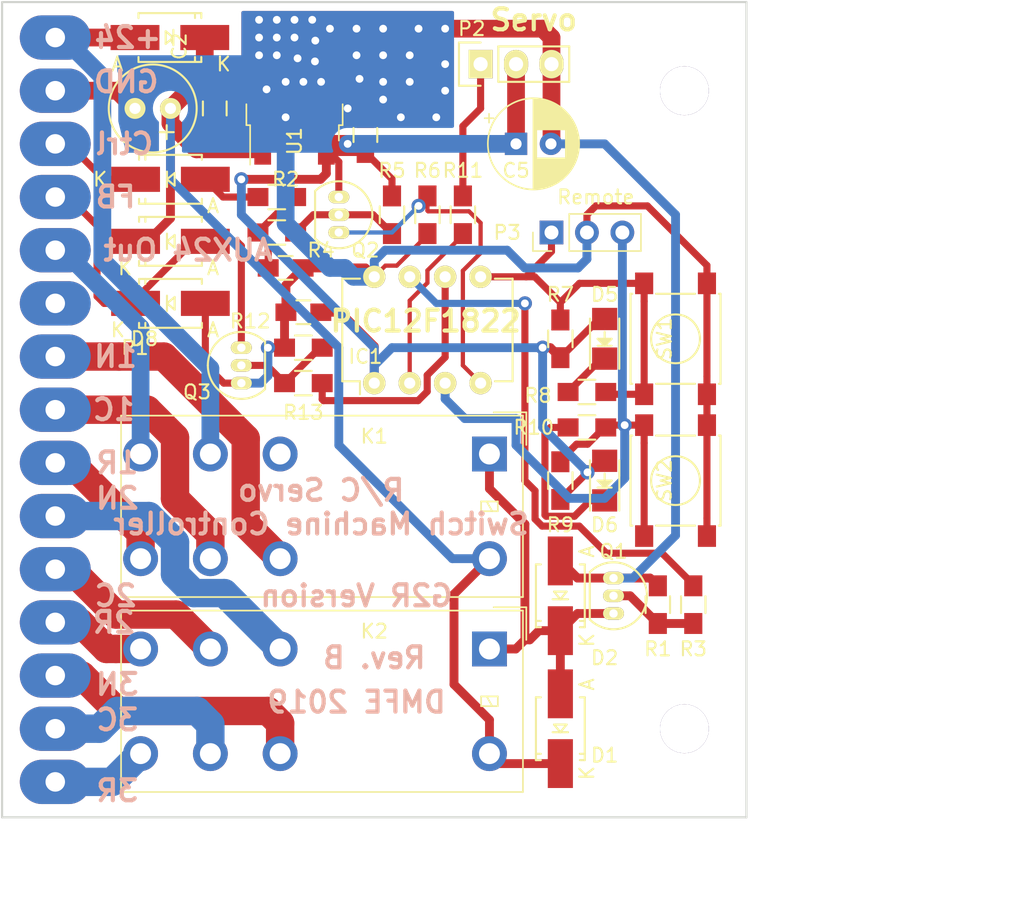
<source format=kicad_pcb>
(kicad_pcb (version 20190905) (host pcbnew "(5.99.0-218-g4a79b08ca)")

  (general
    (thickness 1.6)
    (drawings 31)
    (tracks 347)
    (modules 41)
    (nets 34)
  )

  (page "A")
  (title_block
    (title "R/C Servo Switch Machine")
    (date "10/8/2015")
    (rev "NC")
    (company "DMFE")
  )

  (layers
    (0 "F.Cu" signal)
    (31 "B.Cu" signal)
    (32 "B.Adhes" user hide)
    (33 "F.Adhes" user hide)
    (34 "B.Paste" user hide)
    (35 "F.Paste" user hide)
    (36 "B.SilkS" user)
    (37 "F.SilkS" user)
    (38 "B.Mask" user hide)
    (39 "F.Mask" user hide)
    (40 "Dwgs.User" user hide)
    (41 "Cmts.User" user)
    (42 "Eco1.User" user)
    (43 "Eco2.User" user)
    (44 "Edge.Cuts" user)
    (45 "Margin" user)
    (46 "B.CrtYd" user)
    (47 "F.CrtYd" user)
    (48 "B.Fab" user hide)
    (49 "F.Fab" user hide)
  )

  (setup
    (stackup
      (layer "F.SilkS" (type "Top Silk Screen"))
      (layer "F.Paste" (type "Top Solder Paste"))
      (layer "F.Mask" (type "Top Solder Mask") (thickness 0.01) (color "Green"))
      (layer "F.Cu" (type "copper") (thickness 0.035))
      (layer "dielectric 1" (type "core") (thickness 1.51) (material "FR4") (epsilon_r 4.5) (loss_tangent 0.02))
      (layer "B.Cu" (type "copper") (thickness 0.035))
      (layer "B.Mask" (type "Bottom Solder Mask") (thickness 0.01) (color "Green"))
      (layer "B.Paste" (type "Bottom Solder Paste"))
      (layer "B.SilkS" (type "Bottom Silk Screen"))
      (copper_finish "None")
      (dielectric_constraints no)
    )
    (last_trace_width 0.635)
    (user_trace_width 0.3048)
    (user_trace_width 0.508)
    (user_trace_width 0.635)
    (user_trace_width 1.27)
    (user_trace_width 2.032)
    (user_trace_width 2.54)
    (trace_clearance 0.2)
    (zone_clearance 0.508)
    (zone_45_only no)
    (trace_min 0.2)
    (via_size 1.016)
    (via_drill 0.5588)
    (via_min_size 0.4)
    (via_min_drill 0.3)
    (uvia_size 0.3)
    (uvia_drill 0.1)
    (uvias_allowed no)
    (uvia_min_size 0.2)
    (uvia_min_drill 0.1)
    (max_error 0.005)
    (defaults
      (edge_clearance 0.01)
      (edge_cuts_line_width 0.15)
      (courtyard_line_width 0.05)
      (copper_line_width 0.2)
      (copper_text_dims (size 1.5 1.5) (thickness 0.3))
      (silk_line_width 0.15)
      (silk_text_dims (size 1 1) (thickness 0.15))
      (other_layers_line_width 0.1)
      (other_layers_text_dims (size 1 1) (thickness 0.15))
    )
    (pad_size 1.524 1.524)
    (pad_drill 0.762)
    (pad_to_mask_clearance 0)
    (aux_axis_origin 0 0)
    (visible_elements FFFFFF7F)
    (pcbplotparams
      (layerselection 0x010f0_ffffffff)
      (usegerberextensions false)
      (usegerberattributes false)
      (usegerberadvancedattributes false)
      (creategerberjobfile false)
      (excludeedgelayer true)
      (linewidth 0.100000)
      (plotframeref false)
      (viasonmask false)
      (mode 1)
      (useauxorigin false)
      (hpglpennumber 1)
      (hpglpenspeed 20)
      (hpglpendiameter 15.000000)
      (psnegative false)
      (psa4output false)
      (plotreference true)
      (plotvalue false)
      (plotinvisibletext false)
      (padsonsilk false)
      (subtractmaskfromsilk false)
      (outputformat 1)
      (mirror false)
      (drillshape 0)
      (scaleselection 1)
      (outputdirectory "Fab/")
    )
  )

  (net 0 "")
  (net 1 "Net-(C1-Pad1)")
  (net 2 "GND")
  (net 3 "+24V")
  (net 4 "+5V")
  (net 5 "Net-(D1-Pad2)")
  (net 6 "Net-(D3-Pad1)")
  (net 7 "Net-(D3-Pad2)")
  (net 8 "Net-(D4-Pad2)")
  (net 9 "Net-(D5-Pad1)")
  (net 10 "Net-(D6-Pad1)")
  (net 11 "Net-(D7-Pad2)")
  (net 12 "Net-(IC1-Pad2)")
  (net 13 "Net-(IC1-Pad3)")
  (net 14 "Net-(IC1-Pad4)")
  (net 15 "Net-(IC1-Pad5)")
  (net 16 "Net-(IC1-Pad6)")
  (net 17 "Net-(IC1-Pad7)")
  (net 18 "Net-(K1-Pad5)")
  (net 19 "Net-(K2-Pad5)")
  (net 20 "Net-(P2-Pad1)")
  (net 21 "Net-(Q1-Pad2)")
  (net 22 "Net-(Q2-Pad2)")
  (net 23 "Net-(Q3-Pad2)")
  (net 24 "Net-(K1-Pad2)")
  (net 25 "Net-(K1-Pad4)")
  (net 26 "Net-(K1-Pad6)")
  (net 27 "Net-(K1-Pad7)")
  (net 28 "Net-(K2-Pad7)")
  (net 29 "Net-(K2-Pad6)")
  (net 30 "Net-(K2-Pad4)")
  (net 31 "Net-(K2-Pad2)")
  (net 32 "Net-(K2-Pad3)")
  (net 33 "Net-(P1-Pad6)")

  (net_class "Default" "This is the default net class."
    (clearance 0.2)
    (trace_width 0.3048)
    (via_dia 1.016)
    (via_drill 0.5588)
    (uvia_dia 0.3)
    (uvia_drill 0.1)
    (add_net "+24V")
    (add_net "+5V")
    (add_net "GND")
    (add_net "Net-(C1-Pad1)")
    (add_net "Net-(D1-Pad2)")
    (add_net "Net-(D3-Pad1)")
    (add_net "Net-(D3-Pad2)")
    (add_net "Net-(D4-Pad2)")
    (add_net "Net-(D5-Pad1)")
    (add_net "Net-(D6-Pad1)")
    (add_net "Net-(D7-Pad2)")
    (add_net "Net-(IC1-Pad2)")
    (add_net "Net-(IC1-Pad3)")
    (add_net "Net-(IC1-Pad4)")
    (add_net "Net-(IC1-Pad5)")
    (add_net "Net-(IC1-Pad6)")
    (add_net "Net-(IC1-Pad7)")
    (add_net "Net-(K1-Pad2)")
    (add_net "Net-(K1-Pad4)")
    (add_net "Net-(K1-Pad5)")
    (add_net "Net-(K1-Pad6)")
    (add_net "Net-(K1-Pad7)")
    (add_net "Net-(K2-Pad2)")
    (add_net "Net-(K2-Pad3)")
    (add_net "Net-(K2-Pad4)")
    (add_net "Net-(K2-Pad5)")
    (add_net "Net-(K2-Pad6)")
    (add_net "Net-(K2-Pad7)")
    (add_net "Net-(P1-Pad6)")
    (add_net "Net-(P2-Pad1)")
    (add_net "Net-(Q1-Pad2)")
    (add_net "Net-(Q2-Pad2)")
    (add_net "Net-(Q3-Pad2)")
  )

  (module "Capacitors_SMD:C_0805_HandSoldering" (layer "F.Cu") (tedit 541A9B8D) (tstamp 5DB29EED)
    (at 112.395 56.515 -90)
    (descr "Capacitor SMD 0805, hand soldering")
    (tags "capacitor 0805")
    (path "/5DB25A98")
    (attr smd)
    (fp_text reference "C6" (at 0.615 -1.905 -90) (layer "F.SilkS") hide
      (effects (font (size 1 1) (thickness 0.15)))
    )
    (fp_text value ".1uF" (at 0 2.1 -90) (layer "F.Fab")
      (effects (font (size 1 1) (thickness 0.15)))
    )
    (fp_line (start -2.3 -1) (end 2.3 -1) (layer "F.CrtYd") (width 0.05))
    (fp_line (start -2.3 1) (end 2.3 1) (layer "F.CrtYd") (width 0.05))
    (fp_line (start -2.3 -1) (end -2.3 1) (layer "F.CrtYd") (width 0.05))
    (fp_line (start 2.3 -1) (end 2.3 1) (layer "F.CrtYd") (width 0.05))
    (fp_line (start 0.5 -0.85) (end -0.5 -0.85) (layer "F.SilkS") (width 0.15))
    (fp_line (start -0.5 0.85) (end 0.5 0.85) (layer "F.SilkS") (width 0.15))
    (pad "2" smd rect (at 1.25 0 270) (size 1.5 1.25) (layers "F.Cu" "F.Paste" "F.Mask")
      (net 2 "GND"))
    (pad "1" smd rect (at -1.25 0 270) (size 1.5 1.25) (layers "F.Cu" "F.Paste" "F.Mask")
      (net 3 "+24V"))
    (model "Capacitors_SMD.3dshapes/C_0805_HandSoldering.wrl"
      (at (xyz 0 0 0))
      (scale (xyz 1 1 1))
      (rotate (xyz 0 0 0))
    )
  )

  (module "Connector_PinHeader_2.54mm:PinHeader_1x03_P2.54mm_Vertical" (layer "F.Cu") (tedit 59FED5CC) (tstamp 5DB28714)
    (at 136.525 65.405 90)
    (descr "Through hole straight pin header, 1x03, 2.54mm pitch, single row")
    (tags "Through hole pin header THT 1x03 2.54mm single row")
    (path "/5DAA94E3")
    (fp_text reference "P3" (at 0 -3.175 180) (layer "F.SilkS")
      (effects (font (size 1 1) (thickness 0.15)))
    )
    (fp_text value "Conn_01x03" (at 0 7.41 90) (layer "F.Fab")
      (effects (font (size 1 1) (thickness 0.15)))
    )
    (fp_line (start -0.635 -1.27) (end 1.27 -1.27) (layer "F.Fab") (width 0.1))
    (fp_line (start 1.27 -1.27) (end 1.27 6.35) (layer "F.Fab") (width 0.1))
    (fp_line (start 1.27 6.35) (end -1.27 6.35) (layer "F.Fab") (width 0.1))
    (fp_line (start -1.27 6.35) (end -1.27 -0.635) (layer "F.Fab") (width 0.1))
    (fp_line (start -1.27 -0.635) (end -0.635 -1.27) (layer "F.Fab") (width 0.1))
    (fp_line (start -1.33 6.41) (end 1.33 6.41) (layer "F.SilkS") (width 0.12))
    (fp_line (start -1.33 1.27) (end -1.33 6.41) (layer "F.SilkS") (width 0.12))
    (fp_line (start 1.33 1.27) (end 1.33 6.41) (layer "F.SilkS") (width 0.12))
    (fp_line (start -1.33 1.27) (end 1.33 1.27) (layer "F.SilkS") (width 0.12))
    (fp_line (start -1.33 0) (end -1.33 -1.33) (layer "F.SilkS") (width 0.12))
    (fp_line (start -1.33 -1.33) (end 0 -1.33) (layer "F.SilkS") (width 0.12))
    (fp_line (start -1.8 -1.8) (end -1.8 6.85) (layer "F.CrtYd") (width 0.05))
    (fp_line (start -1.8 6.85) (end 1.8 6.85) (layer "F.CrtYd") (width 0.05))
    (fp_line (start 1.8 6.85) (end 1.8 -1.8) (layer "F.CrtYd") (width 0.05))
    (fp_line (start 1.8 -1.8) (end -1.8 -1.8) (layer "F.CrtYd") (width 0.05))
    (fp_text user "%R" (at 0 2.54) (layer "F.Fab")
      (effects (font (size 1 1) (thickness 0.15)))
    )
    (pad "3" thru_hole oval (at 0 5.08 90) (size 1.7 1.7) (drill 1) (layers *.Cu *.Mask)
      (net 13 "Net-(IC1-Pad3)"))
    (pad "2" thru_hole oval (at 0 2.54 90) (size 1.7 1.7) (drill 1) (layers *.Cu *.Mask)
      (net 2 "GND"))
    (pad "1" thru_hole rect (at 0 0 90) (size 1.7 1.7) (drill 1) (layers *.Cu *.Mask)
      (net 15 "Net-(IC1-Pad5)"))
    (model "${KISYS3DMOD}/Connector_PinHeader_2.54mm.3dshapes/PinHeader_1x03_P2.54mm_Vertical.wrl"
      (at (xyz 0 0 0))
      (scale (xyz 1 1 1))
      (rotate (xyz 0 0 0))
    )
  )

  (module "Capacitor_THT:CP_Radial_D6.3mm_P2.50mm" (layer "F.Cu") (tedit 5AE50EF0) (tstamp 5DB28552)
    (at 133.985 59.055)
    (descr "CP, Radial series, Radial, pin pitch=2.50mm, , diameter=6.3mm, Electrolytic Capacitor")
    (tags "CP Radial series Radial pin pitch 2.50mm  diameter 6.3mm Electrolytic Capacitor")
    (path "/5DAA67CF")
    (fp_text reference "C5" (at 0 1.905) (layer "F.SilkS")
      (effects (font (size 1 1) (thickness 0.15)))
    )
    (fp_text value "220uF" (at 1.25 4.4) (layer "F.Fab")
      (effects (font (size 1 1) (thickness 0.15)))
    )
    (fp_circle (center 1.25 0) (end 4.4 0) (layer "F.Fab") (width 0.1))
    (fp_circle (center 1.25 0) (end 4.52 0) (layer "F.SilkS") (width 0.12))
    (fp_circle (center 1.25 0) (end 4.65 0) (layer "F.CrtYd") (width 0.05))
    (fp_line (start -1.443972 -1.3735) (end -0.813972 -1.3735) (layer "F.Fab") (width 0.1))
    (fp_line (start -1.128972 -1.6885) (end -1.128972 -1.0585) (layer "F.Fab") (width 0.1))
    (fp_line (start 1.25 -3.23) (end 1.25 3.23) (layer "F.SilkS") (width 0.12))
    (fp_line (start 1.29 -3.23) (end 1.29 3.23) (layer "F.SilkS") (width 0.12))
    (fp_line (start 1.33 -3.23) (end 1.33 3.23) (layer "F.SilkS") (width 0.12))
    (fp_line (start 1.37 -3.228) (end 1.37 3.228) (layer "F.SilkS") (width 0.12))
    (fp_line (start 1.41 -3.227) (end 1.41 3.227) (layer "F.SilkS") (width 0.12))
    (fp_line (start 1.45 -3.224) (end 1.45 3.224) (layer "F.SilkS") (width 0.12))
    (fp_line (start 1.49 -3.222) (end 1.49 -1.04) (layer "F.SilkS") (width 0.12))
    (fp_line (start 1.49 1.04) (end 1.49 3.222) (layer "F.SilkS") (width 0.12))
    (fp_line (start 1.53 -3.218) (end 1.53 -1.04) (layer "F.SilkS") (width 0.12))
    (fp_line (start 1.53 1.04) (end 1.53 3.218) (layer "F.SilkS") (width 0.12))
    (fp_line (start 1.57 -3.215) (end 1.57 -1.04) (layer "F.SilkS") (width 0.12))
    (fp_line (start 1.57 1.04) (end 1.57 3.215) (layer "F.SilkS") (width 0.12))
    (fp_line (start 1.61 -3.211) (end 1.61 -1.04) (layer "F.SilkS") (width 0.12))
    (fp_line (start 1.61 1.04) (end 1.61 3.211) (layer "F.SilkS") (width 0.12))
    (fp_line (start 1.65 -3.206) (end 1.65 -1.04) (layer "F.SilkS") (width 0.12))
    (fp_line (start 1.65 1.04) (end 1.65 3.206) (layer "F.SilkS") (width 0.12))
    (fp_line (start 1.69 -3.201) (end 1.69 -1.04) (layer "F.SilkS") (width 0.12))
    (fp_line (start 1.69 1.04) (end 1.69 3.201) (layer "F.SilkS") (width 0.12))
    (fp_line (start 1.73 -3.195) (end 1.73 -1.04) (layer "F.SilkS") (width 0.12))
    (fp_line (start 1.73 1.04) (end 1.73 3.195) (layer "F.SilkS") (width 0.12))
    (fp_line (start 1.77 -3.189) (end 1.77 -1.04) (layer "F.SilkS") (width 0.12))
    (fp_line (start 1.77 1.04) (end 1.77 3.189) (layer "F.SilkS") (width 0.12))
    (fp_line (start 1.81 -3.182) (end 1.81 -1.04) (layer "F.SilkS") (width 0.12))
    (fp_line (start 1.81 1.04) (end 1.81 3.182) (layer "F.SilkS") (width 0.12))
    (fp_line (start 1.85 -3.175) (end 1.85 -1.04) (layer "F.SilkS") (width 0.12))
    (fp_line (start 1.85 1.04) (end 1.85 3.175) (layer "F.SilkS") (width 0.12))
    (fp_line (start 1.89 -3.167) (end 1.89 -1.04) (layer "F.SilkS") (width 0.12))
    (fp_line (start 1.89 1.04) (end 1.89 3.167) (layer "F.SilkS") (width 0.12))
    (fp_line (start 1.93 -3.159) (end 1.93 -1.04) (layer "F.SilkS") (width 0.12))
    (fp_line (start 1.93 1.04) (end 1.93 3.159) (layer "F.SilkS") (width 0.12))
    (fp_line (start 1.971 -3.15) (end 1.971 -1.04) (layer "F.SilkS") (width 0.12))
    (fp_line (start 1.971 1.04) (end 1.971 3.15) (layer "F.SilkS") (width 0.12))
    (fp_line (start 2.011 -3.141) (end 2.011 -1.04) (layer "F.SilkS") (width 0.12))
    (fp_line (start 2.011 1.04) (end 2.011 3.141) (layer "F.SilkS") (width 0.12))
    (fp_line (start 2.051 -3.131) (end 2.051 -1.04) (layer "F.SilkS") (width 0.12))
    (fp_line (start 2.051 1.04) (end 2.051 3.131) (layer "F.SilkS") (width 0.12))
    (fp_line (start 2.091 -3.121) (end 2.091 -1.04) (layer "F.SilkS") (width 0.12))
    (fp_line (start 2.091 1.04) (end 2.091 3.121) (layer "F.SilkS") (width 0.12))
    (fp_line (start 2.131 -3.11) (end 2.131 -1.04) (layer "F.SilkS") (width 0.12))
    (fp_line (start 2.131 1.04) (end 2.131 3.11) (layer "F.SilkS") (width 0.12))
    (fp_line (start 2.171 -3.098) (end 2.171 -1.04) (layer "F.SilkS") (width 0.12))
    (fp_line (start 2.171 1.04) (end 2.171 3.098) (layer "F.SilkS") (width 0.12))
    (fp_line (start 2.211 -3.086) (end 2.211 -1.04) (layer "F.SilkS") (width 0.12))
    (fp_line (start 2.211 1.04) (end 2.211 3.086) (layer "F.SilkS") (width 0.12))
    (fp_line (start 2.251 -3.074) (end 2.251 -1.04) (layer "F.SilkS") (width 0.12))
    (fp_line (start 2.251 1.04) (end 2.251 3.074) (layer "F.SilkS") (width 0.12))
    (fp_line (start 2.291 -3.061) (end 2.291 -1.04) (layer "F.SilkS") (width 0.12))
    (fp_line (start 2.291 1.04) (end 2.291 3.061) (layer "F.SilkS") (width 0.12))
    (fp_line (start 2.331 -3.047) (end 2.331 -1.04) (layer "F.SilkS") (width 0.12))
    (fp_line (start 2.331 1.04) (end 2.331 3.047) (layer "F.SilkS") (width 0.12))
    (fp_line (start 2.371 -3.033) (end 2.371 -1.04) (layer "F.SilkS") (width 0.12))
    (fp_line (start 2.371 1.04) (end 2.371 3.033) (layer "F.SilkS") (width 0.12))
    (fp_line (start 2.411 -3.018) (end 2.411 -1.04) (layer "F.SilkS") (width 0.12))
    (fp_line (start 2.411 1.04) (end 2.411 3.018) (layer "F.SilkS") (width 0.12))
    (fp_line (start 2.451 -3.002) (end 2.451 -1.04) (layer "F.SilkS") (width 0.12))
    (fp_line (start 2.451 1.04) (end 2.451 3.002) (layer "F.SilkS") (width 0.12))
    (fp_line (start 2.491 -2.986) (end 2.491 -1.04) (layer "F.SilkS") (width 0.12))
    (fp_line (start 2.491 1.04) (end 2.491 2.986) (layer "F.SilkS") (width 0.12))
    (fp_line (start 2.531 -2.97) (end 2.531 -1.04) (layer "F.SilkS") (width 0.12))
    (fp_line (start 2.531 1.04) (end 2.531 2.97) (layer "F.SilkS") (width 0.12))
    (fp_line (start 2.571 -2.952) (end 2.571 -1.04) (layer "F.SilkS") (width 0.12))
    (fp_line (start 2.571 1.04) (end 2.571 2.952) (layer "F.SilkS") (width 0.12))
    (fp_line (start 2.611 -2.934) (end 2.611 -1.04) (layer "F.SilkS") (width 0.12))
    (fp_line (start 2.611 1.04) (end 2.611 2.934) (layer "F.SilkS") (width 0.12))
    (fp_line (start 2.651 -2.916) (end 2.651 -1.04) (layer "F.SilkS") (width 0.12))
    (fp_line (start 2.651 1.04) (end 2.651 2.916) (layer "F.SilkS") (width 0.12))
    (fp_line (start 2.691 -2.896) (end 2.691 -1.04) (layer "F.SilkS") (width 0.12))
    (fp_line (start 2.691 1.04) (end 2.691 2.896) (layer "F.SilkS") (width 0.12))
    (fp_line (start 2.731 -2.876) (end 2.731 -1.04) (layer "F.SilkS") (width 0.12))
    (fp_line (start 2.731 1.04) (end 2.731 2.876) (layer "F.SilkS") (width 0.12))
    (fp_line (start 2.771 -2.856) (end 2.771 -1.04) (layer "F.SilkS") (width 0.12))
    (fp_line (start 2.771 1.04) (end 2.771 2.856) (layer "F.SilkS") (width 0.12))
    (fp_line (start 2.811 -2.834) (end 2.811 -1.04) (layer "F.SilkS") (width 0.12))
    (fp_line (start 2.811 1.04) (end 2.811 2.834) (layer "F.SilkS") (width 0.12))
    (fp_line (start 2.851 -2.812) (end 2.851 -1.04) (layer "F.SilkS") (width 0.12))
    (fp_line (start 2.851 1.04) (end 2.851 2.812) (layer "F.SilkS") (width 0.12))
    (fp_line (start 2.891 -2.79) (end 2.891 -1.04) (layer "F.SilkS") (width 0.12))
    (fp_line (start 2.891 1.04) (end 2.891 2.79) (layer "F.SilkS") (width 0.12))
    (fp_line (start 2.931 -2.766) (end 2.931 -1.04) (layer "F.SilkS") (width 0.12))
    (fp_line (start 2.931 1.04) (end 2.931 2.766) (layer "F.SilkS") (width 0.12))
    (fp_line (start 2.971 -2.742) (end 2.971 -1.04) (layer "F.SilkS") (width 0.12))
    (fp_line (start 2.971 1.04) (end 2.971 2.742) (layer "F.SilkS") (width 0.12))
    (fp_line (start 3.011 -2.716) (end 3.011 -1.04) (layer "F.SilkS") (width 0.12))
    (fp_line (start 3.011 1.04) (end 3.011 2.716) (layer "F.SilkS") (width 0.12))
    (fp_line (start 3.051 -2.69) (end 3.051 -1.04) (layer "F.SilkS") (width 0.12))
    (fp_line (start 3.051 1.04) (end 3.051 2.69) (layer "F.SilkS") (width 0.12))
    (fp_line (start 3.091 -2.664) (end 3.091 -1.04) (layer "F.SilkS") (width 0.12))
    (fp_line (start 3.091 1.04) (end 3.091 2.664) (layer "F.SilkS") (width 0.12))
    (fp_line (start 3.131 -2.636) (end 3.131 -1.04) (layer "F.SilkS") (width 0.12))
    (fp_line (start 3.131 1.04) (end 3.131 2.636) (layer "F.SilkS") (width 0.12))
    (fp_line (start 3.171 -2.607) (end 3.171 -1.04) (layer "F.SilkS") (width 0.12))
    (fp_line (start 3.171 1.04) (end 3.171 2.607) (layer "F.SilkS") (width 0.12))
    (fp_line (start 3.211 -2.578) (end 3.211 -1.04) (layer "F.SilkS") (width 0.12))
    (fp_line (start 3.211 1.04) (end 3.211 2.578) (layer "F.SilkS") (width 0.12))
    (fp_line (start 3.251 -2.548) (end 3.251 -1.04) (layer "F.SilkS") (width 0.12))
    (fp_line (start 3.251 1.04) (end 3.251 2.548) (layer "F.SilkS") (width 0.12))
    (fp_line (start 3.291 -2.516) (end 3.291 -1.04) (layer "F.SilkS") (width 0.12))
    (fp_line (start 3.291 1.04) (end 3.291 2.516) (layer "F.SilkS") (width 0.12))
    (fp_line (start 3.331 -2.484) (end 3.331 -1.04) (layer "F.SilkS") (width 0.12))
    (fp_line (start 3.331 1.04) (end 3.331 2.484) (layer "F.SilkS") (width 0.12))
    (fp_line (start 3.371 -2.45) (end 3.371 -1.04) (layer "F.SilkS") (width 0.12))
    (fp_line (start 3.371 1.04) (end 3.371 2.45) (layer "F.SilkS") (width 0.12))
    (fp_line (start 3.411 -2.416) (end 3.411 -1.04) (layer "F.SilkS") (width 0.12))
    (fp_line (start 3.411 1.04) (end 3.411 2.416) (layer "F.SilkS") (width 0.12))
    (fp_line (start 3.451 -2.38) (end 3.451 -1.04) (layer "F.SilkS") (width 0.12))
    (fp_line (start 3.451 1.04) (end 3.451 2.38) (layer "F.SilkS") (width 0.12))
    (fp_line (start 3.491 -2.343) (end 3.491 -1.04) (layer "F.SilkS") (width 0.12))
    (fp_line (start 3.491 1.04) (end 3.491 2.343) (layer "F.SilkS") (width 0.12))
    (fp_line (start 3.531 -2.305) (end 3.531 -1.04) (layer "F.SilkS") (width 0.12))
    (fp_line (start 3.531 1.04) (end 3.531 2.305) (layer "F.SilkS") (width 0.12))
    (fp_line (start 3.571 -2.265) (end 3.571 2.265) (layer "F.SilkS") (width 0.12))
    (fp_line (start 3.611 -2.224) (end 3.611 2.224) (layer "F.SilkS") (width 0.12))
    (fp_line (start 3.651 -2.182) (end 3.651 2.182) (layer "F.SilkS") (width 0.12))
    (fp_line (start 3.691 -2.137) (end 3.691 2.137) (layer "F.SilkS") (width 0.12))
    (fp_line (start 3.731 -2.092) (end 3.731 2.092) (layer "F.SilkS") (width 0.12))
    (fp_line (start 3.771 -2.044) (end 3.771 2.044) (layer "F.SilkS") (width 0.12))
    (fp_line (start 3.811 -1.995) (end 3.811 1.995) (layer "F.SilkS") (width 0.12))
    (fp_line (start 3.851 -1.944) (end 3.851 1.944) (layer "F.SilkS") (width 0.12))
    (fp_line (start 3.891 -1.89) (end 3.891 1.89) (layer "F.SilkS") (width 0.12))
    (fp_line (start 3.931 -1.834) (end 3.931 1.834) (layer "F.SilkS") (width 0.12))
    (fp_line (start 3.971 -1.776) (end 3.971 1.776) (layer "F.SilkS") (width 0.12))
    (fp_line (start 4.011 -1.714) (end 4.011 1.714) (layer "F.SilkS") (width 0.12))
    (fp_line (start 4.051 -1.65) (end 4.051 1.65) (layer "F.SilkS") (width 0.12))
    (fp_line (start 4.091 -1.581) (end 4.091 1.581) (layer "F.SilkS") (width 0.12))
    (fp_line (start 4.131 -1.509) (end 4.131 1.509) (layer "F.SilkS") (width 0.12))
    (fp_line (start 4.171 -1.432) (end 4.171 1.432) (layer "F.SilkS") (width 0.12))
    (fp_line (start 4.211 -1.35) (end 4.211 1.35) (layer "F.SilkS") (width 0.12))
    (fp_line (start 4.251 -1.262) (end 4.251 1.262) (layer "F.SilkS") (width 0.12))
    (fp_line (start 4.291 -1.165) (end 4.291 1.165) (layer "F.SilkS") (width 0.12))
    (fp_line (start 4.331 -1.059) (end 4.331 1.059) (layer "F.SilkS") (width 0.12))
    (fp_line (start 4.371 -0.94) (end 4.371 0.94) (layer "F.SilkS") (width 0.12))
    (fp_line (start 4.411 -0.802) (end 4.411 0.802) (layer "F.SilkS") (width 0.12))
    (fp_line (start 4.451 -0.633) (end 4.451 0.633) (layer "F.SilkS") (width 0.12))
    (fp_line (start 4.491 -0.402) (end 4.491 0.402) (layer "F.SilkS") (width 0.12))
    (fp_line (start -2.250241 -1.839) (end -1.620241 -1.839) (layer "F.SilkS") (width 0.12))
    (fp_line (start -1.935241 -2.154) (end -1.935241 -1.524) (layer "F.SilkS") (width 0.12))
    (fp_text user "%R" (at 1.25 0) (layer "F.Fab")
      (effects (font (size 1 1) (thickness 0.15)))
    )
    (pad "2" thru_hole circle (at 2.5 0) (size 1.6 1.6) (drill 0.8) (layers *.Cu *.Mask)
      (net 2 "GND"))
    (pad "1" thru_hole rect (at 0 0) (size 1.6 1.6) (drill 0.8) (layers *.Cu *.Mask)
      (net 4 "+5V"))
    (model "${KISYS3DMOD}/Capacitor_THT.3dshapes/CP_Radial_D6.3mm_P2.50mm.wrl"
      (at (xyz 0 0 0))
      (scale (xyz 1 1 1))
      (rotate (xyz 0 0 0))
    )
  )

  (module "Relays_THT:Relay_DPDT_Panasonic_JW2" (layer "F.Cu") (tedit 596BCEE5) (tstamp 59841C0D)
    (at 132.08 81.28 -90)
    (descr "Panasonic Relay DPDT, http://www3.panasonic.biz/ac/e_download/control/relay/power/catalog/mech_eng_jw.pdf?via=ok")
    (tags "Panasonic Relay DPDT")
    (path "/5CD4DEF4")
    (fp_text reference "K1" (at -1.27 8.255) (layer "F.SilkS")
      (effects (font (size 1 1) (thickness 0.15)))
    )
    (fp_text value "IM00" (at 3.75 27.94 -90) (layer "F.Fab")
      (effects (font (size 1 1) (thickness 0.15)))
    )
    (fp_text user "%R" (at 3.75 12 -90) (layer "F.Fab")
      (effects (font (size 1 1) (thickness 0.15)))
    )
    (fp_line (start -2.9 26.55) (end 10.4 26.55) (layer "F.CrtYd") (width 0.05))
    (fp_line (start -2.9 -2.55) (end -2.9 26.55) (layer "F.CrtYd") (width 0.05))
    (fp_line (start 10.4 -2.55) (end -2.9 -2.55) (layer "F.CrtYd") (width 0.05))
    (fp_line (start 10.4 26.55) (end 10.4 -2.55) (layer "F.CrtYd") (width 0.05))
    (fp_line (start -2.99 -2.64) (end -0.65 -2.64) (layer "F.SilkS") (width 0.12))
    (fp_line (start -2.99 -0.3) (end -2.99 -2.64) (layer "F.SilkS") (width 0.12))
    (fp_line (start 3.4 0.6) (end 4.1 0.6) (layer "F.SilkS") (width 0.12))
    (fp_line (start 3.4 -0.6) (end 3.4 0.6) (layer "F.SilkS") (width 0.12))
    (fp_line (start 4.1 -0.6) (end 3.4 -0.6) (layer "F.SilkS") (width 0.12))
    (fp_line (start 4.1 0.6) (end 4.1 -0.6) (layer "F.SilkS") (width 0.12))
    (fp_line (start 3.4 0.2) (end 4.1 -0.2) (layer "F.SilkS") (width 0.12))
    (fp_line (start -2.75 26.4) (end 10.25 26.4) (layer "F.SilkS") (width 0.12))
    (fp_line (start -2.75 -2.4) (end -2.75 26.4) (layer "F.SilkS") (width 0.12))
    (fp_line (start 10.25 -2.4) (end -2.75 -2.4) (layer "F.SilkS") (width 0.12))
    (fp_line (start 10.25 26.4) (end 10.25 -2.4) (layer "F.SilkS") (width 0.12))
    (fp_line (start -2.99 -2.64) (end -0.65 -2.64) (layer "F.Fab") (width 0.1))
    (fp_line (start -2.99 -0.3) (end -2.99 -2.64) (layer "F.Fab") (width 0.1))
    (fp_line (start 1.5 0) (end 6 0) (layer "F.Fab") (width 0.1))
    (fp_line (start -2.65 26.3) (end 10.15 26.3) (layer "F.Fab") (width 0.1))
    (fp_line (start -2.65 -2.3) (end -2.65 26.3) (layer "F.Fab") (width 0.1))
    (fp_line (start 10.15 -2.3) (end -2.65 -2.3) (layer "F.Fab") (width 0.1))
    (fp_line (start 10.15 26.3) (end 10.15 -2.3) (layer "F.Fab") (width 0.1))
    (pad "1" thru_hole rect (at 0 0 270) (size 2.5 2.5) (drill 1.5) (layers *.Cu *.Mask)
      (net 5 "Net-(D1-Pad2)"))
    (pad "2" thru_hole oval (at 0 15 270) (size 2.5 2.5) (drill 1.5) (layers *.Cu *.Mask)
      (net 24 "Net-(K1-Pad2)"))
    (pad "3" thru_hole oval (at 0 20 270) (size 2.5 2.5) (drill 1.5) (layers *.Cu *.Mask)
      (net 8 "Net-(D4-Pad2)"))
    (pad "4" thru_hole oval (at 0 25 270) (size 2.5 2.5) (drill 1.5) (layers *.Cu *.Mask)
      (net 25 "Net-(K1-Pad4)"))
    (pad "5" thru_hole oval (at 7.5 25 270) (size 2.5 2.5) (drill 1.5) (layers *.Cu *.Mask)
      (net 18 "Net-(K1-Pad5)"))
    (pad "6" thru_hole oval (at 7.5 20 270) (size 2.5 2.5) (drill 1.5) (layers *.Cu *.Mask)
      (net 26 "Net-(K1-Pad6)"))
    (pad "7" thru_hole oval (at 7.5 15 270) (size 2.5 2.5) (drill 1.5) (layers *.Cu *.Mask)
      (net 27 "Net-(K1-Pad7)"))
    (pad "8" thru_hole oval (at 7.5 0 270) (size 2.5 2.5) (drill 1.5) (layers *.Cu *.Mask)
      (net 3 "+24V"))
    (model "${KISYS3DMOD}/Relays_THT.3dshapes/Relay_DPDT_Panasonic_JW2.wrl"
      (at (xyz 0 0 0))
      (scale (xyz 1 1 1))
      (rotate (xyz 0 0 0))
    )
  )

  (module "Wires:Wires_AWG20x15" (layer "F.Cu") (tedit 5616F80F) (tstamp 5616F7B6)
    (at 100.965 51.435)
    (path "/5CD61E19")
    (fp_text reference "P1" (at 5.715 22.225) (layer "F.SilkS")
      (effects (font (size 1 1) (thickness 0.15)))
    )
    (fp_text value "Conn_01x15" (at 0 -5.08) (layer "F.Fab")
      (effects (font (size 1 1) (thickness 0.15)))
    )
    (pad "1" thru_hole oval (at 0 0) (size 5.08 3.175) (drill 1.397) (layers *.Cu *.Mask)
      (net 8 "Net-(D4-Pad2)"))
    (pad "2" thru_hole oval (at 0 3.81) (size 5.08 3.175) (drill 1.397) (layers *.Cu *.Mask)
      (net 2 "GND"))
    (pad "3" thru_hole oval (at 0 7.62) (size 5.08 3.175) (drill 1.397) (layers *.Cu *.Mask)
      (net 6 "Net-(D3-Pad1)"))
    (pad "4" thru_hole oval (at 0 11.43) (size 5.08 3.175) (drill 1.397) (layers *.Cu *.Mask)
      (net 11 "Net-(D7-Pad2)"))
    (pad "5" thru_hole oval (at 0 15.24) (size 5.08 3.175) (drill 1.397) (layers *.Cu *.Mask)
      (net 25 "Net-(K1-Pad4)"))
    (pad "6" thru_hole oval (at 0 19.05) (size 5.08 3.175) (drill 1.397) (layers *.Cu *.Mask)
      (net 33 "Net-(P1-Pad6)"))
    (pad "7" thru_hole oval (at 0 22.86) (size 5.08 3.175) (drill 1.397) (layers *.Cu *.Mask)
      (net 27 "Net-(K1-Pad7)"))
    (pad "8" thru_hole oval (at 0 26.67) (size 5.08 3.175) (drill 1.397) (layers *.Cu *.Mask)
      (net 26 "Net-(K1-Pad6)"))
    (pad "9" thru_hole oval (at 0 30.48) (size 5.08 3.175) (drill 1.397) (layers *.Cu *.Mask)
      (net 18 "Net-(K1-Pad5)"))
    (pad "10" thru_hole oval (at 0 34.29) (size 5.08 3.175) (drill 1.397) (layers *.Cu *.Mask)
      (net 31 "Net-(K2-Pad2)"))
    (pad "11" thru_hole oval (at 0 38.1) (size 5.08 3.175) (drill 1.397) (layers *.Cu *.Mask)
      (net 32 "Net-(K2-Pad3)"))
    (pad "12" thru_hole oval (at 0 41.91) (size 5.08 3.175) (drill 1.397) (layers *.Cu *.Mask)
      (net 30 "Net-(K2-Pad4)"))
    (pad "13" thru_hole oval (at 0 45.72) (size 5.08 3.175) (drill 1.397) (layers *.Cu *.Mask)
      (net 28 "Net-(K2-Pad7)"))
    (pad "14" thru_hole oval (at 0 49.53) (size 5.08 3.175) (drill 1.397) (layers *.Cu *.Mask)
      (net 29 "Net-(K2-Pad6)"))
    (pad "15" thru_hole oval (at 0 53.34) (size 5.08 3.175) (drill 1.397) (layers *.Cu *.Mask)
      (net 19 "Net-(K2-Pad5)"))
  )

  (module "Capacitors_SMD:C_0805_HandSoldering" (layer "F.Cu") (tedit 541A9B8D) (tstamp 5616F8EC)
    (at 117.475 67.945)
    (descr "Capacitor SMD 0805, hand soldering")
    (tags "capacitor 0805")
    (path "/5615F096")
    (attr smd)
    (fp_text reference "C1" (at 3.048 0.762 180) (layer "F.SilkS") hide
      (effects (font (size 1 1) (thickness 0.15)))
    )
    (fp_text value ".1uF" (at 0 2.1 180) (layer "F.Fab")
      (effects (font (size 1 1) (thickness 0.15)))
    )
    (fp_line (start -0.5 0.85) (end 0.5 0.85) (layer "F.SilkS") (width 0.15))
    (fp_line (start 0.5 -0.85) (end -0.5 -0.85) (layer "F.SilkS") (width 0.15))
    (fp_line (start 2.3 -1) (end 2.3 1) (layer "F.CrtYd") (width 0.05))
    (fp_line (start -2.3 -1) (end -2.3 1) (layer "F.CrtYd") (width 0.05))
    (fp_line (start -2.3 1) (end 2.3 1) (layer "F.CrtYd") (width 0.05))
    (fp_line (start -2.3 -1) (end 2.3 -1) (layer "F.CrtYd") (width 0.05))
    (pad "1" smd rect (at -1.25 0) (size 1.5 1.25) (layers "F.Cu" "F.Paste" "F.Mask")
      (net 1 "Net-(C1-Pad1)"))
    (pad "2" smd rect (at 1.25 0) (size 1.5 1.25) (layers "F.Cu" "F.Paste" "F.Mask")
      (net 2 "GND"))
    (model "Capacitors_SMD.3dshapes/C_0805_HandSoldering.wrl"
      (at (xyz 0 0 0))
      (scale (xyz 1 1 1))
      (rotate (xyz 0 0 0))
    )
  )

  (module "Capacitors_Elko_ThroughHole:Elko_vert_11.2x6.3mm_RM2.5_CopperClear" (layer "F.Cu") (tedit 5454A12B) (tstamp 5616F8F2)
    (at 109.22 56.515 180)
    (descr "Electrolytic Capacitor, vertical, diameter 6,3mm, RM 2,5mm, CopperClear, radial,")
    (tags "Electrolytic Capacitor, vertical, diameter 6,3mm, RM 2,5mm, Elko, Electrolytkondensator, Kondensator gepolt, Durchmesser 6,3mm, CopperClear, radial,")
    (path "/5615E068")
    (fp_text reference "C2" (at -0.635 4.445 90) (layer "F.SilkS")
      (effects (font (size 1 1) (thickness 0.15)))
    )
    (fp_text value "33uF" (at 1.27 5.08 180) (layer "F.Fab")
      (effects (font (size 1 1) (thickness 0.15)))
    )
    (fp_circle (center 1.27 0) (end 4.4196 0) (layer "F.SilkS") (width 0.15))
    (fp_line (start 0.26924 -1.30048) (end 0.26924 -1.19888) (layer "F.SilkS") (width 0.15))
    (fp_line (start 0.26924 -1.69926) (end 0.26924 -1.30048) (layer "F.SilkS") (width 0.15))
    (fp_line (start -0.23114 -1.69926) (end 0.26924 -1.69926) (layer "F.SilkS") (width 0.15))
    (fp_line (start 0.26924 -1.69926) (end 0.26924 -2.19964) (layer "F.SilkS") (width 0.15))
    (fp_line (start 0.26924 -1.69926) (end 0.76962 -1.69926) (layer "F.SilkS") (width 0.15))
    (pad "2" thru_hole circle (at 2.54 0 180) (size 1.50114 1.50114) (drill 0.8001) (layers *.Cu *.Mask "F.SilkS")
      (net 2 "GND"))
    (pad "1" thru_hole circle (at 0 0 180) (size 1.50114 1.50114) (drill 0.8001) (layers *.Cu *.Mask "F.SilkS")
      (net 3 "+24V"))
    (model "Capacitors_Elko_ThroughHole.3dshapes/Elko_vert_11.2x6.3mm_RM2.5_CopperClear.wrl"
      (at (xyz 0 0 0))
      (scale (xyz 1 1 1))
      (rotate (xyz 0 0 0))
    )
  )

  (module "Capacitors_SMD:C_0805_HandSoldering" (layer "F.Cu") (tedit 541A9B8D) (tstamp 5616F8F8)
    (at 123.19 58.42 90)
    (descr "Capacitor SMD 0805, hand soldering")
    (tags "capacitor 0805")
    (path "/5615E08D")
    (attr smd)
    (fp_text reference "C3" (at 0.615 -1.905 270) (layer "F.SilkS") hide
      (effects (font (size 1 1) (thickness 0.15)))
    )
    (fp_text value ".1uF" (at 0 2.1 270) (layer "F.Fab")
      (effects (font (size 1 1) (thickness 0.15)))
    )
    (fp_line (start -0.5 0.85) (end 0.5 0.85) (layer "F.SilkS") (width 0.15))
    (fp_line (start 0.5 -0.85) (end -0.5 -0.85) (layer "F.SilkS") (width 0.15))
    (fp_line (start 2.3 -1) (end 2.3 1) (layer "F.CrtYd") (width 0.05))
    (fp_line (start -2.3 -1) (end -2.3 1) (layer "F.CrtYd") (width 0.05))
    (fp_line (start -2.3 1) (end 2.3 1) (layer "F.CrtYd") (width 0.05))
    (fp_line (start -2.3 -1) (end 2.3 -1) (layer "F.CrtYd") (width 0.05))
    (pad "1" smd rect (at -1.25 0 90) (size 1.5 1.25) (layers "F.Cu" "F.Paste" "F.Mask")
      (net 4 "+5V"))
    (pad "2" smd rect (at 1.25 0 90) (size 1.5 1.25) (layers "F.Cu" "F.Paste" "F.Mask")
      (net 2 "GND"))
    (model "Capacitors_SMD.3dshapes/C_0805_HandSoldering.wrl"
      (at (xyz 0 0 0))
      (scale (xyz 1 1 1))
      (rotate (xyz 0 0 0))
    )
  )

  (module "Capacitors_SMD:C_0805_HandSoldering" (layer "F.Cu") (tedit 541A9B8D) (tstamp 5616F8FE)
    (at 118.745 71.12 180)
    (descr "Capacitor SMD 0805, hand soldering")
    (tags "capacitor 0805")
    (path "/5615E0CC")
    (attr smd)
    (fp_text reference "C4" (at 3.175 0) (layer "F.SilkS") hide
      (effects (font (size 1 1) (thickness 0.15)))
    )
    (fp_text value ".1uF" (at 0 2.1) (layer "F.Fab")
      (effects (font (size 1 1) (thickness 0.15)))
    )
    (fp_line (start -0.5 0.85) (end 0.5 0.85) (layer "F.SilkS") (width 0.15))
    (fp_line (start 0.5 -0.85) (end -0.5 -0.85) (layer "F.SilkS") (width 0.15))
    (fp_line (start 2.3 -1) (end 2.3 1) (layer "F.CrtYd") (width 0.05))
    (fp_line (start -2.3 -1) (end -2.3 1) (layer "F.CrtYd") (width 0.05))
    (fp_line (start -2.3 1) (end 2.3 1) (layer "F.CrtYd") (width 0.05))
    (fp_line (start -2.3 -1) (end 2.3 -1) (layer "F.CrtYd") (width 0.05))
    (pad "1" smd rect (at -1.25 0 180) (size 1.5 1.25) (layers "F.Cu" "F.Paste" "F.Mask")
      (net 4 "+5V"))
    (pad "2" smd rect (at 1.25 0 180) (size 1.5 1.25) (layers "F.Cu" "F.Paste" "F.Mask")
      (net 2 "GND"))
    (model "Capacitors_SMD.3dshapes/C_0805_HandSoldering.wrl"
      (at (xyz 0 0 0))
      (scale (xyz 1 1 1))
      (rotate (xyz 0 0 0))
    )
  )

  (module "Diodes_SMD:Diode-SMA_Handsoldering" (layer "F.Cu") (tedit 552FF1AB) (tstamp 5616F904)
    (at 137.16 100.965 90)
    (descr "Diode SMA Handsoldering")
    (tags "Diode SMA Handsoldering")
    (path "/5616087C")
    (attr smd)
    (fp_text reference "D1" (at -1.905 3.175 180) (layer "F.SilkS")
      (effects (font (size 1 1) (thickness 0.15)))
    )
    (fp_text value "D" (at 0.05 1.27 90) (layer "F.Fab")
      (effects (font (size 1 1) (thickness 0.15)))
    )
    (fp_line (start -2.25044 -1.75006) (end 2.25044 -1.75006) (layer "F.SilkS") (width 0.15))
    (fp_line (start -2.25044 1.75006) (end 2.25044 1.75006) (layer "F.SilkS") (width 0.15))
    (fp_line (start 2.25044 -1.75006) (end 2.25044 -1.39954) (layer "F.SilkS") (width 0.15))
    (fp_line (start -2.25044 -1.75006) (end -2.25044 -1.39954) (layer "F.SilkS") (width 0.15))
    (fp_line (start -2.25044 1.75006) (end -2.25044 1.39954) (layer "F.SilkS") (width 0.15))
    (fp_line (start 2.25044 1.75006) (end 2.25044 1.39954) (layer "F.SilkS") (width 0.15))
    (fp_line (start -1.79914 -1.75006) (end -1.79914 -1.39954) (layer "F.SilkS") (width 0.15))
    (fp_line (start -1.79914 1.75006) (end -1.79914 1.39954) (layer "F.SilkS") (width 0.15))
    (fp_text user "A" (at 3.175 1.905 90) (layer "F.SilkS")
      (effects (font (size 1 1) (thickness 0.15)))
    )
    (fp_text user "K" (at -3.175 1.905 90) (layer "F.SilkS")
      (effects (font (size 1 1) (thickness 0.15)))
    )
    (fp_line (start -0.25 -0.55) (end -0.25 0.55) (layer "F.SilkS") (width 0.15))
    (fp_line (start 0.3 0.45) (end -0.25 0) (layer "F.SilkS") (width 0.15))
    (fp_line (start 0.3 -0.45) (end 0.3 0.45) (layer "F.SilkS") (width 0.15))
    (fp_line (start -0.25 0) (end 0.3 -0.45) (layer "F.SilkS") (width 0.15))
    (fp_line (start -4.5 2) (end -4.5 -2) (layer "F.CrtYd") (width 0.05))
    (fp_line (start 4.5 2) (end -4.5 2) (layer "F.CrtYd") (width 0.05))
    (fp_line (start 4.5 -2) (end 4.5 2) (layer "F.CrtYd") (width 0.05))
    (fp_line (start -4.5 -2) (end 4.5 -2) (layer "F.CrtYd") (width 0.05))
    (pad "1" smd rect (at -2.49936 0 90) (size 3.50012 1.80086) (layers "F.Cu" "F.Paste" "F.Mask")
      (net 3 "+24V"))
    (pad "2" smd rect (at 2.49936 0 90) (size 3.50012 1.80086) (layers "F.Cu" "F.Paste" "F.Mask")
      (net 5 "Net-(D1-Pad2)"))
    (model "Diodes_SMD.3dshapes/Diode-SMA_Handsoldering.wrl"
      (at (xyz 0 0 0))
      (scale (xyz 0.3937 0.3937 0.3937))
      (rotate (xyz 0 0 180))
    )
  )

  (module "Diodes_SMD:Diode-SMA_Handsoldering" (layer "F.Cu") (tedit 552FF1AB) (tstamp 5616F90A)
    (at 137.16 91.44 90)
    (descr "Diode SMA Handsoldering")
    (tags "Diode SMA Handsoldering")
    (path "/5616090E")
    (attr smd)
    (fp_text reference "D2" (at -4.445 3.175 180) (layer "F.SilkS")
      (effects (font (size 1 1) (thickness 0.15)))
    )
    (fp_text value "D" (at 0.05 1.27 90) (layer "F.Fab")
      (effects (font (size 1 1) (thickness 0.15)))
    )
    (fp_line (start -2.25044 -1.75006) (end 2.25044 -1.75006) (layer "F.SilkS") (width 0.15))
    (fp_line (start -2.25044 1.75006) (end 2.25044 1.75006) (layer "F.SilkS") (width 0.15))
    (fp_line (start 2.25044 -1.75006) (end 2.25044 -1.39954) (layer "F.SilkS") (width 0.15))
    (fp_line (start -2.25044 -1.75006) (end -2.25044 -1.39954) (layer "F.SilkS") (width 0.15))
    (fp_line (start -2.25044 1.75006) (end -2.25044 1.39954) (layer "F.SilkS") (width 0.15))
    (fp_line (start 2.25044 1.75006) (end 2.25044 1.39954) (layer "F.SilkS") (width 0.15))
    (fp_line (start -1.79914 -1.75006) (end -1.79914 -1.39954) (layer "F.SilkS") (width 0.15))
    (fp_line (start -1.79914 1.75006) (end -1.79914 1.39954) (layer "F.SilkS") (width 0.15))
    (fp_text user "A" (at 3.175 1.905 90) (layer "F.SilkS")
      (effects (font (size 1 1) (thickness 0.15)))
    )
    (fp_text user "K" (at -3.175 1.905 90) (layer "F.SilkS")
      (effects (font (size 1 1) (thickness 0.15)))
    )
    (fp_line (start -0.25 -0.55) (end -0.25 0.55) (layer "F.SilkS") (width 0.15))
    (fp_line (start 0.3 0.45) (end -0.25 0) (layer "F.SilkS") (width 0.15))
    (fp_line (start 0.3 -0.45) (end 0.3 0.45) (layer "F.SilkS") (width 0.15))
    (fp_line (start -0.25 0) (end 0.3 -0.45) (layer "F.SilkS") (width 0.15))
    (fp_line (start -4.5 2) (end -4.5 -2) (layer "F.CrtYd") (width 0.05))
    (fp_line (start 4.5 2) (end -4.5 2) (layer "F.CrtYd") (width 0.05))
    (fp_line (start 4.5 -2) (end 4.5 2) (layer "F.CrtYd") (width 0.05))
    (fp_line (start -4.5 -2) (end 4.5 -2) (layer "F.CrtYd") (width 0.05))
    (pad "1" smd rect (at -2.49936 0 90) (size 3.50012 1.80086) (layers "F.Cu" "F.Paste" "F.Mask")
      (net 5 "Net-(D1-Pad2)"))
    (pad "2" smd rect (at 2.49936 0 90) (size 3.50012 1.80086) (layers "F.Cu" "F.Paste" "F.Mask")
      (net 2 "GND"))
    (model "Diodes_SMD.3dshapes/Diode-SMA_Handsoldering.wrl"
      (at (xyz 0 0 0))
      (scale (xyz 0.3937 0.3937 0.3937))
      (rotate (xyz 0 0 180))
    )
  )

  (module "Diodes_SMD:Diode-SMA_Handsoldering" (layer "F.Cu") (tedit 552FF1AB) (tstamp 5616F910)
    (at 109.22 61.595)
    (descr "Diode SMA Handsoldering")
    (tags "Diode SMA Handsoldering")
    (path "/5615EFBB")
    (attr smd)
    (fp_text reference "D3" (at 5.715 -1.27) (layer "F.SilkS") hide
      (effects (font (size 1 1) (thickness 0.15)))
    )
    (fp_text value "D" (at 0.05 4.4) (layer "F.Fab")
      (effects (font (size 1 1) (thickness 0.15)))
    )
    (fp_line (start -2.25044 -1.75006) (end 2.25044 -1.75006) (layer "F.SilkS") (width 0.15))
    (fp_line (start -2.25044 1.75006) (end 2.25044 1.75006) (layer "F.SilkS") (width 0.15))
    (fp_line (start 2.25044 -1.75006) (end 2.25044 -1.39954) (layer "F.SilkS") (width 0.15))
    (fp_line (start -2.25044 -1.75006) (end -2.25044 -1.39954) (layer "F.SilkS") (width 0.15))
    (fp_line (start -2.25044 1.75006) (end -2.25044 1.39954) (layer "F.SilkS") (width 0.15))
    (fp_line (start 2.25044 1.75006) (end 2.25044 1.39954) (layer "F.SilkS") (width 0.15))
    (fp_line (start -1.79914 -1.75006) (end -1.79914 -1.39954) (layer "F.SilkS") (width 0.15))
    (fp_line (start -1.79914 1.75006) (end -1.79914 1.39954) (layer "F.SilkS") (width 0.15))
    (fp_text user "A" (at 3.05 1.905) (layer "F.SilkS")
      (effects (font (size 1 1) (thickness 0.15)))
    )
    (fp_text user "K" (at -5.03936 0) (layer "F.SilkS")
      (effects (font (size 1 1) (thickness 0.15)))
    )
    (fp_line (start -0.25 -0.55) (end -0.25 0.55) (layer "F.SilkS") (width 0.15))
    (fp_line (start 0.3 0.45) (end -0.25 0) (layer "F.SilkS") (width 0.15))
    (fp_line (start 0.3 -0.45) (end 0.3 0.45) (layer "F.SilkS") (width 0.15))
    (fp_line (start -0.25 0) (end 0.3 -0.45) (layer "F.SilkS") (width 0.15))
    (fp_line (start -4.5 2) (end -4.5 -2) (layer "F.CrtYd") (width 0.05))
    (fp_line (start 4.5 2) (end -4.5 2) (layer "F.CrtYd") (width 0.05))
    (fp_line (start 4.5 -2) (end 4.5 2) (layer "F.CrtYd") (width 0.05))
    (fp_line (start -4.5 -2) (end 4.5 -2) (layer "F.CrtYd") (width 0.05))
    (pad "1" smd rect (at -2.49936 0) (size 3.50012 1.80086) (layers "F.Cu" "F.Paste" "F.Mask")
      (net 6 "Net-(D3-Pad1)"))
    (pad "2" smd rect (at 2.49936 0) (size 3.50012 1.80086) (layers "F.Cu" "F.Paste" "F.Mask")
      (net 7 "Net-(D3-Pad2)"))
    (model "Diodes_SMD.3dshapes/Diode-SMA_Handsoldering.wrl"
      (at (xyz 0 0 0))
      (scale (xyz 0.3937 0.3937 0.3937))
      (rotate (xyz 0 0 180))
    )
  )

  (module "Diodes_SMD:Diode-SMA_Handsoldering" (layer "F.Cu") (tedit 552FF1AB) (tstamp 5616F916)
    (at 109.17936 51.435 180)
    (descr "Diode SMA Handsoldering")
    (tags "Diode SMA Handsoldering")
    (path "/5615E03B")
    (attr smd)
    (fp_text reference "D4" (at -5.75564 0 180) (layer "F.SilkS") hide
      (effects (font (size 1 1) (thickness 0.15)))
    )
    (fp_text value "D" (at 0.05 4.4 180) (layer "F.Fab")
      (effects (font (size 1 1) (thickness 0.15)))
    )
    (fp_line (start -2.25044 -1.75006) (end 2.25044 -1.75006) (layer "F.SilkS") (width 0.15))
    (fp_line (start -2.25044 1.75006) (end 2.25044 1.75006) (layer "F.SilkS") (width 0.15))
    (fp_line (start 2.25044 -1.75006) (end 2.25044 -1.39954) (layer "F.SilkS") (width 0.15))
    (fp_line (start -2.25044 -1.75006) (end -2.25044 -1.39954) (layer "F.SilkS") (width 0.15))
    (fp_line (start -2.25044 1.75006) (end -2.25044 1.39954) (layer "F.SilkS") (width 0.15))
    (fp_line (start 2.25044 1.75006) (end 2.25044 1.39954) (layer "F.SilkS") (width 0.15))
    (fp_line (start -1.79914 -1.75006) (end -1.79914 -1.39954) (layer "F.SilkS") (width 0.15))
    (fp_line (start -1.79914 1.75006) (end -1.79914 1.39954) (layer "F.SilkS") (width 0.15))
    (fp_text user "A" (at 3.76936 -1.905 180) (layer "F.SilkS")
      (effects (font (size 1 1) (thickness 0.15)))
    )
    (fp_text user "K" (at -3.85064 -1.905 180) (layer "F.SilkS")
      (effects (font (size 1 1) (thickness 0.15)))
    )
    (fp_line (start -0.25 -0.55) (end -0.25 0.55) (layer "F.SilkS") (width 0.15))
    (fp_line (start 0.3 0.45) (end -0.25 0) (layer "F.SilkS") (width 0.15))
    (fp_line (start 0.3 -0.45) (end 0.3 0.45) (layer "F.SilkS") (width 0.15))
    (fp_line (start -0.25 0) (end 0.3 -0.45) (layer "F.SilkS") (width 0.15))
    (fp_line (start -4.5 2) (end -4.5 -2) (layer "F.CrtYd") (width 0.05))
    (fp_line (start 4.5 2) (end -4.5 2) (layer "F.CrtYd") (width 0.05))
    (fp_line (start 4.5 -2) (end 4.5 2) (layer "F.CrtYd") (width 0.05))
    (fp_line (start -4.5 -2) (end 4.5 -2) (layer "F.CrtYd") (width 0.05))
    (pad "1" smd rect (at -2.49936 0 180) (size 3.50012 1.80086) (layers "F.Cu" "F.Paste" "F.Mask")
      (net 3 "+24V"))
    (pad "2" smd rect (at 2.49936 0 180) (size 3.50012 1.80086) (layers "F.Cu" "F.Paste" "F.Mask")
      (net 8 "Net-(D4-Pad2)"))
    (model "Diodes_SMD.3dshapes/Diode-SMA_Handsoldering.wrl"
      (at (xyz 0 0 0))
      (scale (xyz 0.3937 0.3937 0.3937))
      (rotate (xyz 0 0 180))
    )
  )

  (module "LEDs:LED-1206" (layer "F.Cu") (tedit 55BDE2E8) (tstamp 5616F91C)
    (at 140.335 73.025 90)
    (descr "LED 1206 smd package")
    (tags "LED1206 SMD")
    (path "/5615FCA7")
    (attr smd)
    (fp_text reference "D5" (at 3.175 0 180) (layer "F.SilkS")
      (effects (font (size 1 1) (thickness 0.15)))
    )
    (fp_text value "LED" (at 0 2 90) (layer "F.Fab")
      (effects (font (size 1 1) (thickness 0.15)))
    )
    (fp_line (start 2.5 1.25) (end 2.5 -1.25) (layer "F.CrtYd") (width 0.05))
    (fp_line (start -2.5 1.25) (end 2.5 1.25) (layer "F.CrtYd") (width 0.05))
    (fp_line (start -2.5 -1.25) (end -2.5 1.25) (layer "F.CrtYd") (width 0.05))
    (fp_line (start 2.5 -1.25) (end -2.5 -1.25) (layer "F.CrtYd") (width 0.05))
    (fp_line (start 0 0.5) (end -0.5 0) (layer "F.SilkS") (width 0.15))
    (fp_line (start 0 -0.5) (end 0 0.5) (layer "F.SilkS") (width 0.15))
    (fp_line (start -0.5 0) (end 0 -0.5) (layer "F.SilkS") (width 0.15))
    (fp_line (start 0 0) (end 0.5 0) (layer "F.SilkS") (width 0.15))
    (fp_line (start -0.5 -0.5) (end -0.5 0.5) (layer "F.SilkS") (width 0.15))
    (fp_line (start -0.2 0.05) (end -0.25 0) (layer "F.SilkS") (width 0.15))
    (fp_line (start -0.2 -0.2) (end -0.2 0.05) (layer "F.SilkS") (width 0.15))
    (fp_line (start -0.4 0) (end -0.2 -0.2) (layer "F.SilkS") (width 0.15))
    (fp_line (start -0.1 0.3) (end -0.4 0) (layer "F.SilkS") (width 0.15))
    (fp_line (start -0.1 -0.3) (end -0.1 0.3) (layer "F.SilkS") (width 0.15))
    (fp_line (start -2.15 -1.05) (end 1.45 -1.05) (layer "F.SilkS") (width 0.15))
    (fp_line (start -2.15 1.05) (end 1.45 1.05) (layer "F.SilkS") (width 0.15))
    (pad "2" smd rect (at 1.41986 0 270) (size 1.59766 1.80086) (layers "F.Cu" "F.Paste" "F.Mask")
      (net 4 "+5V"))
    (pad "1" smd rect (at -1.41986 0 270) (size 1.59766 1.80086) (layers "F.Cu" "F.Paste" "F.Mask")
      (net 9 "Net-(D5-Pad1)"))
  )

  (module "LEDs:LED-1206" (layer "F.Cu") (tedit 55BDE2E8) (tstamp 5616F922)
    (at 140.335 83.185 90)
    (descr "LED 1206 smd package")
    (tags "LED1206 SMD")
    (path "/5615FD14")
    (attr smd)
    (fp_text reference "D6" (at -3.175 0 180) (layer "F.SilkS")
      (effects (font (size 1 1) (thickness 0.15)))
    )
    (fp_text value "LED" (at 0 2 90) (layer "F.Fab")
      (effects (font (size 1 1) (thickness 0.15)))
    )
    (fp_line (start 2.5 1.25) (end 2.5 -1.25) (layer "F.CrtYd") (width 0.05))
    (fp_line (start -2.5 1.25) (end 2.5 1.25) (layer "F.CrtYd") (width 0.05))
    (fp_line (start -2.5 -1.25) (end -2.5 1.25) (layer "F.CrtYd") (width 0.05))
    (fp_line (start 2.5 -1.25) (end -2.5 -1.25) (layer "F.CrtYd") (width 0.05))
    (fp_line (start 0 0.5) (end -0.5 0) (layer "F.SilkS") (width 0.15))
    (fp_line (start 0 -0.5) (end 0 0.5) (layer "F.SilkS") (width 0.15))
    (fp_line (start -0.5 0) (end 0 -0.5) (layer "F.SilkS") (width 0.15))
    (fp_line (start 0 0) (end 0.5 0) (layer "F.SilkS") (width 0.15))
    (fp_line (start -0.5 -0.5) (end -0.5 0.5) (layer "F.SilkS") (width 0.15))
    (fp_line (start -0.2 0.05) (end -0.25 0) (layer "F.SilkS") (width 0.15))
    (fp_line (start -0.2 -0.2) (end -0.2 0.05) (layer "F.SilkS") (width 0.15))
    (fp_line (start -0.4 0) (end -0.2 -0.2) (layer "F.SilkS") (width 0.15))
    (fp_line (start -0.1 0.3) (end -0.4 0) (layer "F.SilkS") (width 0.15))
    (fp_line (start -0.1 -0.3) (end -0.1 0.3) (layer "F.SilkS") (width 0.15))
    (fp_line (start -2.15 -1.05) (end 1.45 -1.05) (layer "F.SilkS") (width 0.15))
    (fp_line (start -2.15 1.05) (end 1.45 1.05) (layer "F.SilkS") (width 0.15))
    (pad "2" smd rect (at 1.41986 0 270) (size 1.59766 1.80086) (layers "F.Cu" "F.Paste" "F.Mask")
      (net 4 "+5V"))
    (pad "1" smd rect (at -1.41986 0 270) (size 1.59766 1.80086) (layers "F.Cu" "F.Paste" "F.Mask")
      (net 10 "Net-(D6-Pad1)"))
  )

  (module "Diodes_SMD:Diode-SMA_Handsoldering" (layer "F.Cu") (tedit 552FF1AB) (tstamp 5616F928)
    (at 109.22 66.04)
    (descr "Diode SMA Handsoldering")
    (tags "Diode SMA Handsoldering")
    (path "/5616168F")
    (attr smd)
    (fp_text reference "D7" (at 5.715 -1.27) (layer "F.SilkS") hide
      (effects (font (size 1 1) (thickness 0.15)))
    )
    (fp_text value "SMA" (at 0.05 4.4) (layer "F.Fab")
      (effects (font (size 1 1) (thickness 0.15)))
    )
    (fp_line (start -2.25044 -1.75006) (end 2.25044 -1.75006) (layer "F.SilkS") (width 0.15))
    (fp_line (start -2.25044 1.75006) (end 2.25044 1.75006) (layer "F.SilkS") (width 0.15))
    (fp_line (start 2.25044 -1.75006) (end 2.25044 -1.39954) (layer "F.SilkS") (width 0.15))
    (fp_line (start -2.25044 -1.75006) (end -2.25044 -1.39954) (layer "F.SilkS") (width 0.15))
    (fp_line (start -2.25044 1.75006) (end -2.25044 1.39954) (layer "F.SilkS") (width 0.15))
    (fp_line (start 2.25044 1.75006) (end 2.25044 1.39954) (layer "F.SilkS") (width 0.15))
    (fp_line (start -1.79914 -1.75006) (end -1.79914 -1.39954) (layer "F.SilkS") (width 0.15))
    (fp_line (start -1.79914 1.75006) (end -1.79914 1.39954) (layer "F.SilkS") (width 0.15))
    (fp_text user "A" (at 3.05 1.905) (layer "F.SilkS")
      (effects (font (size 1 1) (thickness 0.15)))
    )
    (fp_text user "K" (at -3.25 1.905) (layer "F.SilkS")
      (effects (font (size 1 1) (thickness 0.15)))
    )
    (fp_line (start -0.25 -0.55) (end -0.25 0.55) (layer "F.SilkS") (width 0.15))
    (fp_line (start 0.3 0.45) (end -0.25 0) (layer "F.SilkS") (width 0.15))
    (fp_line (start 0.3 -0.45) (end 0.3 0.45) (layer "F.SilkS") (width 0.15))
    (fp_line (start -0.25 0) (end 0.3 -0.45) (layer "F.SilkS") (width 0.15))
    (fp_line (start -4.5 2) (end -4.5 -2) (layer "F.CrtYd") (width 0.05))
    (fp_line (start 4.5 2) (end -4.5 2) (layer "F.CrtYd") (width 0.05))
    (fp_line (start 4.5 -2) (end 4.5 2) (layer "F.CrtYd") (width 0.05))
    (fp_line (start -4.5 -2) (end 4.5 -2) (layer "F.CrtYd") (width 0.05))
    (pad "1" smd rect (at -2.49936 0) (size 3.50012 1.80086) (layers "F.Cu" "F.Paste" "F.Mask")
      (net 3 "+24V"))
    (pad "2" smd rect (at 2.49936 0) (size 3.50012 1.80086) (layers "F.Cu" "F.Paste" "F.Mask")
      (net 11 "Net-(D7-Pad2)"))
    (model "Diodes_SMD.3dshapes/Diode-SMA_Handsoldering.wrl"
      (at (xyz 0 0 0))
      (scale (xyz 0.3937 0.3937 0.3937))
      (rotate (xyz 0 0 180))
    )
  )

  (module "Diodes_SMD:Diode-SMA_Handsoldering" (layer "F.Cu") (tedit 552FF1AB) (tstamp 5616F92E)
    (at 109.22 70.485)
    (descr "Diode SMA Handsoldering")
    (tags "Diode SMA Handsoldering")
    (path "/56161695")
    (attr smd)
    (fp_text reference "D8" (at -1.86436 2.54) (layer "F.SilkS")
      (effects (font (size 1 1) (thickness 0.15)))
    )
    (fp_text value "SMA" (at 0.05 4.4) (layer "F.Fab")
      (effects (font (size 1 1) (thickness 0.15)))
    )
    (fp_line (start -2.25044 -1.75006) (end 2.25044 -1.75006) (layer "F.SilkS") (width 0.15))
    (fp_line (start -2.25044 1.75006) (end 2.25044 1.75006) (layer "F.SilkS") (width 0.15))
    (fp_line (start 2.25044 -1.75006) (end 2.25044 -1.39954) (layer "F.SilkS") (width 0.15))
    (fp_line (start -2.25044 -1.75006) (end -2.25044 -1.39954) (layer "F.SilkS") (width 0.15))
    (fp_line (start -2.25044 1.75006) (end -2.25044 1.39954) (layer "F.SilkS") (width 0.15))
    (fp_line (start 2.25044 1.75006) (end 2.25044 1.39954) (layer "F.SilkS") (width 0.15))
    (fp_line (start -1.79914 -1.75006) (end -1.79914 -1.39954) (layer "F.SilkS") (width 0.15))
    (fp_line (start -1.79914 1.75006) (end -1.79914 1.39954) (layer "F.SilkS") (width 0.15))
    (fp_text user "A" (at 3.05 1.905) (layer "F.SilkS")
      (effects (font (size 1 1) (thickness 0.15)))
    )
    (fp_text user "K" (at -3.76936 1.905) (layer "F.SilkS")
      (effects (font (size 1 1) (thickness 0.15)))
    )
    (fp_line (start -0.25 -0.55) (end -0.25 0.55) (layer "F.SilkS") (width 0.15))
    (fp_line (start 0.3 0.45) (end -0.25 0) (layer "F.SilkS") (width 0.15))
    (fp_line (start 0.3 -0.45) (end 0.3 0.45) (layer "F.SilkS") (width 0.15))
    (fp_line (start -0.25 0) (end 0.3 -0.45) (layer "F.SilkS") (width 0.15))
    (fp_line (start -4.5 2) (end -4.5 -2) (layer "F.CrtYd") (width 0.05))
    (fp_line (start 4.5 2) (end -4.5 2) (layer "F.CrtYd") (width 0.05))
    (fp_line (start 4.5 -2) (end 4.5 2) (layer "F.CrtYd") (width 0.05))
    (fp_line (start -4.5 -2) (end 4.5 -2) (layer "F.CrtYd") (width 0.05))
    (pad "1" smd rect (at -2.49936 0) (size 3.50012 1.80086) (layers "F.Cu" "F.Paste" "F.Mask")
      (net 11 "Net-(D7-Pad2)"))
    (pad "2" smd rect (at 2.49936 0) (size 3.50012 1.80086) (layers "F.Cu" "F.Paste" "F.Mask")
      (net 2 "GND"))
    (model "Diodes_SMD.3dshapes/Diode-SMA_Handsoldering.wrl"
      (at (xyz 0 0 0))
      (scale (xyz 0.3937 0.3937 0.3937))
      (rotate (xyz 0 0 180))
    )
  )

  (module "Housings_DIP:DIP-8_W7.62mm" (layer "F.Cu") (tedit 54130A77) (tstamp 5616F93A)
    (at 123.825 76.2 90)
    (descr "8-lead dip package, row spacing 7.62 mm (300 mils)")
    (tags "dil dip 2.54 300")
    (path "/5615DFEB")
    (fp_text reference "IC1" (at 1.905 -0.635 180) (layer "F.SilkS")
      (effects (font (size 1 1) (thickness 0.15)))
    )
    (fp_text value "PIC12F1822-I/P" (at 0 -3.72 90) (layer "F.Fab")
      (effects (font (size 1 1) (thickness 0.15)))
    )
    (fp_line (start 0.135 -1.025) (end -0.8 -1.025) (layer "F.SilkS") (width 0.15))
    (fp_line (start 0.135 9.915) (end 7.485 9.915) (layer "F.SilkS") (width 0.15))
    (fp_line (start 0.135 -2.295) (end 7.485 -2.295) (layer "F.SilkS") (width 0.15))
    (fp_line (start 0.135 9.915) (end 0.135 8.645) (layer "F.SilkS") (width 0.15))
    (fp_line (start 7.485 9.915) (end 7.485 8.645) (layer "F.SilkS") (width 0.15))
    (fp_line (start 7.485 -2.295) (end 7.485 -1.025) (layer "F.SilkS") (width 0.15))
    (fp_line (start 0.135 -2.295) (end 0.135 -1.025) (layer "F.SilkS") (width 0.15))
    (fp_line (start -1.05 10.1) (end 8.65 10.1) (layer "F.CrtYd") (width 0.05))
    (fp_line (start -1.05 -2.45) (end 8.65 -2.45) (layer "F.CrtYd") (width 0.05))
    (fp_line (start 8.65 -2.45) (end 8.65 10.1) (layer "F.CrtYd") (width 0.05))
    (fp_line (start -1.05 -2.45) (end -1.05 10.1) (layer "F.CrtYd") (width 0.05))
    (pad "1" thru_hole oval (at 0 0 90) (size 1.6 1.6) (drill 0.8) (layers *.Cu *.Mask "F.SilkS")
      (net 4 "+5V"))
    (pad "2" thru_hole oval (at 0 2.54 90) (size 1.6 1.6) (drill 0.8) (layers *.Cu *.Mask "F.SilkS")
      (net 12 "Net-(IC1-Pad2)"))
    (pad "3" thru_hole oval (at 0 5.08 90) (size 1.6 1.6) (drill 0.8) (layers *.Cu *.Mask "F.SilkS")
      (net 13 "Net-(IC1-Pad3)"))
    (pad "4" thru_hole oval (at 0 7.62 90) (size 1.6 1.6) (drill 0.8) (layers *.Cu *.Mask "F.SilkS")
      (net 14 "Net-(IC1-Pad4)"))
    (pad "5" thru_hole oval (at 7.62 7.62 90) (size 1.6 1.6) (drill 0.8) (layers *.Cu *.Mask "F.SilkS")
      (net 15 "Net-(IC1-Pad5)"))
    (pad "6" thru_hole oval (at 7.62 5.08 90) (size 1.6 1.6) (drill 0.8) (layers *.Cu *.Mask "F.SilkS")
      (net 16 "Net-(IC1-Pad6)"))
    (pad "7" thru_hole oval (at 7.62 2.54 90) (size 1.6 1.6) (drill 0.8) (layers *.Cu *.Mask "F.SilkS")
      (net 17 "Net-(IC1-Pad7)"))
    (pad "8" thru_hole oval (at 7.62 0 90) (size 1.6 1.6) (drill 0.8) (layers *.Cu *.Mask "F.SilkS")
      (net 2 "GND"))
    (model "Housings_DIP.3dshapes/DIP-8_W7.62mm.wrl"
      (at (xyz 0 0 0))
      (scale (xyz 1 1 1))
      (rotate (xyz 0 0 0))
    )
  )

  (module "Pin_Headers:Pin_Header_Straight_1x03" (layer "F.Cu") (tedit 0) (tstamp 5616F941)
    (at 131.445 53.34 90)
    (descr "Through hole pin header")
    (tags "pin header")
    (path "/5CD5C04C")
    (fp_text reference "P2" (at 2.54 -0.635 180) (layer "F.SilkS")
      (effects (font (size 1 1) (thickness 0.15)))
    )
    (fp_text value "Conn_01x03" (at 0 -3.1 90) (layer "F.Fab")
      (effects (font (size 1 1) (thickness 0.15)))
    )
    (fp_line (start -1.55 -1.55) (end 1.55 -1.55) (layer "F.SilkS") (width 0.15))
    (fp_line (start -1.55 0) (end -1.55 -1.55) (layer "F.SilkS") (width 0.15))
    (fp_line (start 1.27 1.27) (end -1.27 1.27) (layer "F.SilkS") (width 0.15))
    (fp_line (start 1.55 -1.55) (end 1.55 0) (layer "F.SilkS") (width 0.15))
    (fp_line (start 1.27 6.35) (end 1.27 1.27) (layer "F.SilkS") (width 0.15))
    (fp_line (start -1.27 6.35) (end 1.27 6.35) (layer "F.SilkS") (width 0.15))
    (fp_line (start -1.27 1.27) (end -1.27 6.35) (layer "F.SilkS") (width 0.15))
    (fp_line (start -1.75 6.85) (end 1.75 6.85) (layer "F.CrtYd") (width 0.05))
    (fp_line (start -1.75 -1.75) (end 1.75 -1.75) (layer "F.CrtYd") (width 0.05))
    (fp_line (start 1.75 -1.75) (end 1.75 6.85) (layer "F.CrtYd") (width 0.05))
    (fp_line (start -1.75 -1.75) (end -1.75 6.85) (layer "F.CrtYd") (width 0.05))
    (pad "1" thru_hole rect (at 0 0 90) (size 2.032 1.7272) (drill 1.016) (layers *.Cu *.Mask "F.SilkS")
      (net 20 "Net-(P2-Pad1)"))
    (pad "2" thru_hole oval (at 0 2.54 90) (size 2.032 1.7272) (drill 1.016) (layers *.Cu *.Mask "F.SilkS")
      (net 4 "+5V"))
    (pad "3" thru_hole oval (at 0 5.08 90) (size 2.032 1.7272) (drill 1.016) (layers *.Cu *.Mask "F.SilkS")
      (net 2 "GND"))
    (model "Pin_Headers.3dshapes/Pin_Header_Straight_1x03.wrl"
      (offset (xyz 0 -2.539999961853027 0))
      (scale (xyz 1 1 1))
      (rotate (xyz 0 0 90))
    )
  )

  (module "Housings_TO-92:TO-92_Inline_Narrow_Oval" (layer "F.Cu") (tedit 54F24281) (tstamp 5616F948)
    (at 140.97 90.17 -90)
    (descr "TO-92 leads in-line, narrow, oval pads, drill 0.6mm (see NXP sot054_po.pdf)")
    (tags "to-92 sc-43 sc-43a sot54 PA33 transistor")
    (path "/5615F0F6")
    (fp_text reference "Q1" (at -1.905 0 180) (layer "F.SilkS")
      (effects (font (size 1 1) (thickness 0.15)))
    )
    (fp_text value "2N7000" (at 0 3 90) (layer "F.Fab")
      (effects (font (size 1 1) (thickness 0.15)))
    )
    (fp_line (start 3.95 1.95) (end 3.95 -2.65) (layer "F.CrtYd") (width 0.05))
    (fp_line (start -1.4 -2.65) (end 3.95 -2.65) (layer "F.CrtYd") (width 0.05))
    (fp_arc (start 1.27 0) (end 1.27 -2.4) (angle 135) (layer "F.SilkS") (width 0.15))
    (fp_arc (start 1.27 0) (end 1.27 -2.4) (angle -135) (layer "F.SilkS") (width 0.15))
    (fp_line (start -0.43 1.7) (end 2.97 1.7) (layer "F.SilkS") (width 0.15))
    (fp_line (start -1.4 1.95) (end 3.95 1.95) (layer "F.CrtYd") (width 0.05))
    (fp_line (start -1.4 1.95) (end -1.4 -2.65) (layer "F.CrtYd") (width 0.05))
    (pad "2" thru_hole oval (at 1.27 0 90) (size 0.89916 1.50114) (drill 0.6) (layers *.Cu *.Mask "F.SilkS")
      (net 21 "Net-(Q1-Pad2)"))
    (pad "3" thru_hole oval (at 2.54 0 90) (size 0.89916 1.50114) (drill 0.6) (layers *.Cu *.Mask "F.SilkS")
      (net 5 "Net-(D1-Pad2)"))
    (pad "1" thru_hole oval (at 0 0 90) (size 0.89916 1.50114) (drill 0.6) (layers *.Cu *.Mask "F.SilkS")
      (net 2 "GND"))
    (model "Housings_TO-92.3dshapes/TO-92_Inline_Narrow_Oval.wrl"
      (offset (xyz 1.269999980926514 0 0))
      (scale (xyz 1 1 1))
      (rotate (xyz 0 0 -90))
    )
  )

  (module "Housings_TO-92:TO-92_Inline_Narrow_Oval" (layer "F.Cu") (tedit 54F24281) (tstamp 5616F94F)
    (at 121.285 62.865 -90)
    (descr "TO-92 leads in-line, narrow, oval pads, drill 0.6mm (see NXP sot054_po.pdf)")
    (tags "to-92 sc-43 sc-43a sot54 PA33 transistor")
    (path "/5615F168")
    (fp_text reference "Q2" (at 3.81 -1.905 180) (layer "F.SilkS")
      (effects (font (size 1 1) (thickness 0.15)))
    )
    (fp_text value "2N3906" (at 0 3 90) (layer "F.Fab")
      (effects (font (size 1 1) (thickness 0.15)))
    )
    (fp_line (start 3.95 1.95) (end 3.95 -2.65) (layer "F.CrtYd") (width 0.05))
    (fp_line (start -1.4 -2.65) (end 3.95 -2.65) (layer "F.CrtYd") (width 0.05))
    (fp_arc (start 1.27 0) (end 1.27 -2.4) (angle 135) (layer "F.SilkS") (width 0.15))
    (fp_arc (start 1.27 0) (end 1.27 -2.4) (angle -135) (layer "F.SilkS") (width 0.15))
    (fp_line (start -0.43 1.7) (end 2.97 1.7) (layer "F.SilkS") (width 0.15))
    (fp_line (start -1.4 1.95) (end 3.95 1.95) (layer "F.CrtYd") (width 0.05))
    (fp_line (start -1.4 1.95) (end -1.4 -2.65) (layer "F.CrtYd") (width 0.05))
    (pad "2" thru_hole oval (at 1.27 0 90) (size 0.89916 1.50114) (drill 0.6) (layers *.Cu *.Mask "F.SilkS")
      (net 22 "Net-(Q2-Pad2)"))
    (pad "3" thru_hole oval (at 2.54 0 90) (size 0.89916 1.50114) (drill 0.6) (layers *.Cu *.Mask "F.SilkS")
      (net 14 "Net-(IC1-Pad4)"))
    (pad "1" thru_hole oval (at 0 0 90) (size 0.89916 1.50114) (drill 0.6) (layers *.Cu *.Mask "F.SilkS")
      (net 4 "+5V"))
    (model "Housings_TO-92.3dshapes/TO-92_Inline_Narrow_Oval.wrl"
      (offset (xyz 1.269999980926514 0 0))
      (scale (xyz 1 1 1))
      (rotate (xyz 0 0 -90))
    )
  )

  (module "Housings_TO-92:TO-92_Inline_Narrow_Oval" (layer "F.Cu") (tedit 54F24281) (tstamp 5616F956)
    (at 114.3 76.2 90)
    (descr "TO-92 leads in-line, narrow, oval pads, drill 0.6mm (see NXP sot054_po.pdf)")
    (tags "to-92 sc-43 sc-43a sot54 PA33 transistor")
    (path "/56161683")
    (fp_text reference "Q3" (at -0.635 -3.175 180) (layer "F.SilkS")
      (effects (font (size 1 1) (thickness 0.15)))
    )
    (fp_text value "2N7000" (at 0 3 90) (layer "F.Fab")
      (effects (font (size 1 1) (thickness 0.15)))
    )
    (fp_line (start 3.95 1.95) (end 3.95 -2.65) (layer "F.CrtYd") (width 0.05))
    (fp_line (start -1.4 -2.65) (end 3.95 -2.65) (layer "F.CrtYd") (width 0.05))
    (fp_arc (start 1.27 0) (end 1.27 -2.4) (angle 135) (layer "F.SilkS") (width 0.15))
    (fp_arc (start 1.27 0) (end 1.27 -2.4) (angle -135) (layer "F.SilkS") (width 0.15))
    (fp_line (start -0.43 1.7) (end 2.97 1.7) (layer "F.SilkS") (width 0.15))
    (fp_line (start -1.4 1.95) (end 3.95 1.95) (layer "F.CrtYd") (width 0.05))
    (fp_line (start -1.4 1.95) (end -1.4 -2.65) (layer "F.CrtYd") (width 0.05))
    (pad "2" thru_hole oval (at 1.27 0 270) (size 0.89916 1.50114) (drill 0.6) (layers *.Cu *.Mask "F.SilkS")
      (net 23 "Net-(Q3-Pad2)"))
    (pad "3" thru_hole oval (at 2.54 0 270) (size 0.89916 1.50114) (drill 0.6) (layers *.Cu *.Mask "F.SilkS")
      (net 11 "Net-(D7-Pad2)"))
    (pad "1" thru_hole oval (at 0 0 270) (size 0.89916 1.50114) (drill 0.6) (layers *.Cu *.Mask "F.SilkS")
      (net 2 "GND"))
    (model "Housings_TO-92.3dshapes/TO-92_Inline_Narrow_Oval.wrl"
      (offset (xyz 1.269999980926514 0 0))
      (scale (xyz 1 1 1))
      (rotate (xyz 0 0 -90))
    )
  )

  (module "Resistors_SMD:R_0805_HandSoldering" (layer "F.Cu") (tedit 54189DEE) (tstamp 5616F95C)
    (at 144.145 92.075 90)
    (descr "Resistor SMD 0805, hand soldering")
    (tags "resistor 0805")
    (path "/56161263")
    (attr smd)
    (fp_text reference "R1" (at -3.175 0) (layer "F.SilkS")
      (effects (font (size 1 1) (thickness 0.15)))
    )
    (fp_text value "47K" (at 0 2.1 270) (layer "F.Fab")
      (effects (font (size 1 1) (thickness 0.15)))
    )
    (fp_line (start -0.6 -0.875) (end 0.6 -0.875) (layer "F.SilkS") (width 0.15))
    (fp_line (start 0.6 0.875) (end -0.6 0.875) (layer "F.SilkS") (width 0.15))
    (fp_line (start 2.4 -1) (end 2.4 1) (layer "F.CrtYd") (width 0.05))
    (fp_line (start -2.4 -1) (end -2.4 1) (layer "F.CrtYd") (width 0.05))
    (fp_line (start -2.4 1) (end 2.4 1) (layer "F.CrtYd") (width 0.05))
    (fp_line (start -2.4 -1) (end 2.4 -1) (layer "F.CrtYd") (width 0.05))
    (pad "1" smd rect (at -1.35 0 90) (size 1.5 1.3) (layers "F.Cu" "F.Paste" "F.Mask")
      (net 21 "Net-(Q1-Pad2)"))
    (pad "2" smd rect (at 1.35 0 90) (size 1.5 1.3) (layers "F.Cu" "F.Paste" "F.Mask")
      (net 2 "GND"))
    (model "Resistors_SMD.3dshapes/R_0805_HandSoldering.wrl"
      (at (xyz 0 0 0))
      (scale (xyz 1 1 1))
      (rotate (xyz 0 0 0))
    )
  )

  (module "Resistors_SMD:R_0805_HandSoldering" (layer "F.Cu") (tedit 54189DEE) (tstamp 5616F962)
    (at 116.84 62.865 180)
    (descr "Resistor SMD 0805, hand soldering")
    (tags "resistor 0805")
    (path "/5615EF3D")
    (attr smd)
    (fp_text reference "R2" (at -0.635 1.27 180) (layer "F.SilkS")
      (effects (font (size 1 1) (thickness 0.15)))
    )
    (fp_text value "1K" (at 0 2.1 180) (layer "F.Fab")
      (effects (font (size 1 1) (thickness 0.15)))
    )
    (fp_line (start -0.6 -0.875) (end 0.6 -0.875) (layer "F.SilkS") (width 0.15))
    (fp_line (start 0.6 0.875) (end -0.6 0.875) (layer "F.SilkS") (width 0.15))
    (fp_line (start 2.4 -1) (end 2.4 1) (layer "F.CrtYd") (width 0.05))
    (fp_line (start -2.4 -1) (end -2.4 1) (layer "F.CrtYd") (width 0.05))
    (fp_line (start -2.4 1) (end 2.4 1) (layer "F.CrtYd") (width 0.05))
    (fp_line (start -2.4 -1) (end 2.4 -1) (layer "F.CrtYd") (width 0.05))
    (pad "1" smd rect (at -1.35 0 180) (size 1.5 1.3) (layers "F.Cu" "F.Paste" "F.Mask")
      (net 1 "Net-(C1-Pad1)"))
    (pad "2" smd rect (at 1.35 0 180) (size 1.5 1.3) (layers "F.Cu" "F.Paste" "F.Mask")
      (net 7 "Net-(D3-Pad2)"))
    (model "Resistors_SMD.3dshapes/R_0805_HandSoldering.wrl"
      (at (xyz 0 0 0))
      (scale (xyz 1 1 1))
      (rotate (xyz 0 0 0))
    )
  )

  (module "Resistors_SMD:R_0805_HandSoldering" (layer "F.Cu") (tedit 54189DEE) (tstamp 5616F968)
    (at 146.685 92.075 -90)
    (descr "Resistor SMD 0805, hand soldering")
    (tags "resistor 0805")
    (path "/561611D8")
    (attr smd)
    (fp_text reference "R3" (at 3.175 0 180) (layer "F.SilkS")
      (effects (font (size 1 1) (thickness 0.15)))
    )
    (fp_text value "1K" (at 0 2.1 90) (layer "F.Fab")
      (effects (font (size 1 1) (thickness 0.15)))
    )
    (fp_line (start -0.6 -0.875) (end 0.6 -0.875) (layer "F.SilkS") (width 0.15))
    (fp_line (start 0.6 0.875) (end -0.6 0.875) (layer "F.SilkS") (width 0.15))
    (fp_line (start 2.4 -1) (end 2.4 1) (layer "F.CrtYd") (width 0.05))
    (fp_line (start -2.4 -1) (end -2.4 1) (layer "F.CrtYd") (width 0.05))
    (fp_line (start -2.4 1) (end 2.4 1) (layer "F.CrtYd") (width 0.05))
    (fp_line (start -2.4 -1) (end 2.4 -1) (layer "F.CrtYd") (width 0.05))
    (pad "1" smd rect (at -1.35 0 270) (size 1.5 1.3) (layers "F.Cu" "F.Paste" "F.Mask")
      (net 17 "Net-(IC1-Pad7)"))
    (pad "2" smd rect (at 1.35 0 270) (size 1.5 1.3) (layers "F.Cu" "F.Paste" "F.Mask")
      (net 21 "Net-(Q1-Pad2)"))
    (model "Resistors_SMD.3dshapes/R_0805_HandSoldering.wrl"
      (at (xyz 0 0 0))
      (scale (xyz 1 1 1))
      (rotate (xyz 0 0 0))
    )
  )

  (module "Resistors_SMD:R_0805_HandSoldering" (layer "F.Cu") (tedit 54189DEE) (tstamp 5616F96E)
    (at 116.84 65.405 180)
    (descr "Resistor SMD 0805, hand soldering")
    (tags "resistor 0805")
    (path "/5615F017")
    (attr smd)
    (fp_text reference "R4" (at -3.175 -1.27 180) (layer "F.SilkS")
      (effects (font (size 1 1) (thickness 0.15)))
    )
    (fp_text value "10K" (at 0 2.1 180) (layer "F.Fab")
      (effects (font (size 1 1) (thickness 0.15)))
    )
    (fp_line (start -0.6 -0.875) (end 0.6 -0.875) (layer "F.SilkS") (width 0.15))
    (fp_line (start 0.6 0.875) (end -0.6 0.875) (layer "F.SilkS") (width 0.15))
    (fp_line (start 2.4 -1) (end 2.4 1) (layer "F.CrtYd") (width 0.05))
    (fp_line (start -2.4 -1) (end -2.4 1) (layer "F.CrtYd") (width 0.05))
    (fp_line (start -2.4 1) (end 2.4 1) (layer "F.CrtYd") (width 0.05))
    (fp_line (start -2.4 -1) (end 2.4 -1) (layer "F.CrtYd") (width 0.05))
    (pad "1" smd rect (at -1.35 0 180) (size 1.5 1.3) (layers "F.Cu" "F.Paste" "F.Mask")
      (net 22 "Net-(Q2-Pad2)"))
    (pad "2" smd rect (at 1.35 0 180) (size 1.5 1.3) (layers "F.Cu" "F.Paste" "F.Mask")
      (net 1 "Net-(C1-Pad1)"))
    (model "Resistors_SMD.3dshapes/R_0805_HandSoldering.wrl"
      (at (xyz 0 0 0))
      (scale (xyz 1 1 1))
      (rotate (xyz 0 0 0))
    )
  )

  (module "Resistors_SMD:R_0805_HandSoldering" (layer "F.Cu") (tedit 54189DEE) (tstamp 5616F974)
    (at 125.095 64.135 -90)
    (descr "Resistor SMD 0805, hand soldering")
    (tags "resistor 0805")
    (path "/5615F057")
    (attr smd)
    (fp_text reference "R5" (at -3.175 0 180) (layer "F.SilkS")
      (effects (font (size 1 1) (thickness 0.15)))
    )
    (fp_text value "47K" (at 0 2.1 90) (layer "F.Fab")
      (effects (font (size 1 1) (thickness 0.15)))
    )
    (fp_line (start -0.6 -0.875) (end 0.6 -0.875) (layer "F.SilkS") (width 0.15))
    (fp_line (start 0.6 0.875) (end -0.6 0.875) (layer "F.SilkS") (width 0.15))
    (fp_line (start 2.4 -1) (end 2.4 1) (layer "F.CrtYd") (width 0.05))
    (fp_line (start -2.4 -1) (end -2.4 1) (layer "F.CrtYd") (width 0.05))
    (fp_line (start -2.4 1) (end 2.4 1) (layer "F.CrtYd") (width 0.05))
    (fp_line (start -2.4 -1) (end 2.4 -1) (layer "F.CrtYd") (width 0.05))
    (pad "1" smd rect (at -1.35 0 270) (size 1.5 1.3) (layers "F.Cu" "F.Paste" "F.Mask")
      (net 4 "+5V"))
    (pad "2" smd rect (at 1.35 0 270) (size 1.5 1.3) (layers "F.Cu" "F.Paste" "F.Mask")
      (net 22 "Net-(Q2-Pad2)"))
    (model "Resistors_SMD.3dshapes/R_0805_HandSoldering.wrl"
      (at (xyz 0 0 0))
      (scale (xyz 1 1 1))
      (rotate (xyz 0 0 0))
    )
  )

  (module "Resistors_SMD:R_0805_HandSoldering" (layer "F.Cu") (tedit 54189DEE) (tstamp 5616F97A)
    (at 127.635 64.135 90)
    (descr "Resistor SMD 0805, hand soldering")
    (tags "resistor 0805")
    (path "/5615F21C")
    (attr smd)
    (fp_text reference "R6" (at 3.175 0) (layer "F.SilkS")
      (effects (font (size 1 1) (thickness 0.15)))
    )
    (fp_text value "47K" (at 0 2.1 270) (layer "F.Fab")
      (effects (font (size 1 1) (thickness 0.15)))
    )
    (fp_line (start -0.6 -0.875) (end 0.6 -0.875) (layer "F.SilkS") (width 0.15))
    (fp_line (start 0.6 0.875) (end -0.6 0.875) (layer "F.SilkS") (width 0.15))
    (fp_line (start 2.4 -1) (end 2.4 1) (layer "F.CrtYd") (width 0.05))
    (fp_line (start -2.4 -1) (end -2.4 1) (layer "F.CrtYd") (width 0.05))
    (fp_line (start -2.4 1) (end 2.4 1) (layer "F.CrtYd") (width 0.05))
    (fp_line (start -2.4 -1) (end 2.4 -1) (layer "F.CrtYd") (width 0.05))
    (pad "1" smd rect (at -1.35 0 90) (size 1.5 1.3) (layers "F.Cu" "F.Paste" "F.Mask")
      (net 2 "GND"))
    (pad "2" smd rect (at 1.35 0 90) (size 1.5 1.3) (layers "F.Cu" "F.Paste" "F.Mask")
      (net 14 "Net-(IC1-Pad4)"))
    (model "Resistors_SMD.3dshapes/R_0805_HandSoldering.wrl"
      (at (xyz 0 0 0))
      (scale (xyz 1 1 1))
      (rotate (xyz 0 0 0))
    )
  )

  (module "Resistors_SMD:R_0805_HandSoldering" (layer "F.Cu") (tedit 54189DEE) (tstamp 5616F980)
    (at 137.16 73.025 90)
    (descr "Resistor SMD 0805, hand soldering")
    (tags "resistor 0805")
    (path "/5615FEF5")
    (attr smd)
    (fp_text reference "R7" (at 3.175 0 180) (layer "F.SilkS")
      (effects (font (size 1 1) (thickness 0.15)))
    )
    (fp_text value "47K" (at 0 2.1 90) (layer "F.Fab")
      (effects (font (size 1 1) (thickness 0.15)))
    )
    (fp_line (start -0.6 -0.875) (end 0.6 -0.875) (layer "F.SilkS") (width 0.15))
    (fp_line (start 0.6 0.875) (end -0.6 0.875) (layer "F.SilkS") (width 0.15))
    (fp_line (start 2.4 -1) (end 2.4 1) (layer "F.CrtYd") (width 0.05))
    (fp_line (start -2.4 -1) (end -2.4 1) (layer "F.CrtYd") (width 0.05))
    (fp_line (start -2.4 1) (end 2.4 1) (layer "F.CrtYd") (width 0.05))
    (fp_line (start -2.4 -1) (end 2.4 -1) (layer "F.CrtYd") (width 0.05))
    (pad "1" smd rect (at -1.35 0 90) (size 1.5 1.3) (layers "F.Cu" "F.Paste" "F.Mask")
      (net 4 "+5V"))
    (pad "2" smd rect (at 1.35 0 90) (size 1.5 1.3) (layers "F.Cu" "F.Paste" "F.Mask")
      (net 15 "Net-(IC1-Pad5)"))
    (model "Resistors_SMD.3dshapes/R_0805_HandSoldering.wrl"
      (at (xyz 0 0 0))
      (scale (xyz 1 1 1))
      (rotate (xyz 0 0 0))
    )
  )

  (module "Resistors_SMD:R_0805_HandSoldering" (layer "F.Cu") (tedit 54189DEE) (tstamp 5616F986)
    (at 139.065 76.835)
    (descr "Resistor SMD 0805, hand soldering")
    (tags "resistor 0805")
    (path "/5615FDC0")
    (attr smd)
    (fp_text reference "R8" (at -3.509 0.254) (layer "F.SilkS")
      (effects (font (size 1 1) (thickness 0.15)))
    )
    (fp_text value "1K" (at 0 2.1) (layer "F.Fab")
      (effects (font (size 1 1) (thickness 0.15)))
    )
    (fp_line (start -0.6 -0.875) (end 0.6 -0.875) (layer "F.SilkS") (width 0.15))
    (fp_line (start 0.6 0.875) (end -0.6 0.875) (layer "F.SilkS") (width 0.15))
    (fp_line (start 2.4 -1) (end 2.4 1) (layer "F.CrtYd") (width 0.05))
    (fp_line (start -2.4 -1) (end -2.4 1) (layer "F.CrtYd") (width 0.05))
    (fp_line (start -2.4 1) (end 2.4 1) (layer "F.CrtYd") (width 0.05))
    (fp_line (start -2.4 -1) (end 2.4 -1) (layer "F.CrtYd") (width 0.05))
    (pad "1" smd rect (at -1.35 0) (size 1.5 1.3) (layers "F.Cu" "F.Paste" "F.Mask")
      (net 9 "Net-(D5-Pad1)"))
    (pad "2" smd rect (at 1.35 0) (size 1.5 1.3) (layers "F.Cu" "F.Paste" "F.Mask")
      (net 15 "Net-(IC1-Pad5)"))
    (model "Resistors_SMD.3dshapes/R_0805_HandSoldering.wrl"
      (at (xyz 0 0 0))
      (scale (xyz 1 1 1))
      (rotate (xyz 0 0 0))
    )
  )

  (module "Resistors_SMD:R_0805_HandSoldering" (layer "F.Cu") (tedit 54189DEE) (tstamp 5616F98C)
    (at 137.16 83.185 90)
    (descr "Resistor SMD 0805, hand soldering")
    (tags "resistor 0805")
    (path "/5615FF65")
    (attr smd)
    (fp_text reference "R9" (at -3.175 0 180) (layer "F.SilkS")
      (effects (font (size 1 1) (thickness 0.15)))
    )
    (fp_text value "47K" (at 0 2.1 90) (layer "F.Fab")
      (effects (font (size 1 1) (thickness 0.15)))
    )
    (fp_line (start -0.6 -0.875) (end 0.6 -0.875) (layer "F.SilkS") (width 0.15))
    (fp_line (start 0.6 0.875) (end -0.6 0.875) (layer "F.SilkS") (width 0.15))
    (fp_line (start 2.4 -1) (end 2.4 1) (layer "F.CrtYd") (width 0.05))
    (fp_line (start -2.4 -1) (end -2.4 1) (layer "F.CrtYd") (width 0.05))
    (fp_line (start -2.4 1) (end 2.4 1) (layer "F.CrtYd") (width 0.05))
    (fp_line (start -2.4 -1) (end 2.4 -1) (layer "F.CrtYd") (width 0.05))
    (pad "1" smd rect (at -1.35 0 90) (size 1.5 1.3) (layers "F.Cu" "F.Paste" "F.Mask")
      (net 4 "+5V"))
    (pad "2" smd rect (at 1.35 0 90) (size 1.5 1.3) (layers "F.Cu" "F.Paste" "F.Mask")
      (net 13 "Net-(IC1-Pad3)"))
    (model "Resistors_SMD.3dshapes/R_0805_HandSoldering.wrl"
      (at (xyz 0 0 0))
      (scale (xyz 1 1 1))
      (rotate (xyz 0 0 0))
    )
  )

  (module "Resistors_SMD:R_0805_HandSoldering" (layer "F.Cu") (tedit 54189DEE) (tstamp 5616F992)
    (at 139.065 79.375)
    (descr "Resistor SMD 0805, hand soldering")
    (tags "resistor 0805")
    (path "/5615FE34")
    (attr smd)
    (fp_text reference "R10" (at -3.81 0) (layer "F.SilkS")
      (effects (font (size 1 1) (thickness 0.15)))
    )
    (fp_text value "1K" (at 0 2.1) (layer "F.Fab")
      (effects (font (size 1 1) (thickness 0.15)))
    )
    (fp_line (start -0.6 -0.875) (end 0.6 -0.875) (layer "F.SilkS") (width 0.15))
    (fp_line (start 0.6 0.875) (end -0.6 0.875) (layer "F.SilkS") (width 0.15))
    (fp_line (start 2.4 -1) (end 2.4 1) (layer "F.CrtYd") (width 0.05))
    (fp_line (start -2.4 -1) (end -2.4 1) (layer "F.CrtYd") (width 0.05))
    (fp_line (start -2.4 1) (end 2.4 1) (layer "F.CrtYd") (width 0.05))
    (fp_line (start -2.4 -1) (end 2.4 -1) (layer "F.CrtYd") (width 0.05))
    (pad "1" smd rect (at -1.35 0) (size 1.5 1.3) (layers "F.Cu" "F.Paste" "F.Mask")
      (net 10 "Net-(D6-Pad1)"))
    (pad "2" smd rect (at 1.35 0) (size 1.5 1.3) (layers "F.Cu" "F.Paste" "F.Mask")
      (net 13 "Net-(IC1-Pad3)"))
    (model "Resistors_SMD.3dshapes/R_0805_HandSoldering.wrl"
      (at (xyz 0 0 0))
      (scale (xyz 1 1 1))
      (rotate (xyz 0 0 0))
    )
  )

  (module "Resistors_SMD:R_0805_HandSoldering" (layer "F.Cu") (tedit 54189DEE) (tstamp 5616F998)
    (at 130.175 64.135 -90)
    (descr "Resistor SMD 0805, hand soldering")
    (tags "resistor 0805")
    (path "/5615EA82")
    (attr smd)
    (fp_text reference "R11" (at -3.175 0) (layer "F.SilkS")
      (effects (font (size 1 1) (thickness 0.15)))
    )
    (fp_text value "220R" (at 0 2.1 -90) (layer "F.Fab")
      (effects (font (size 1 1) (thickness 0.15)))
    )
    (fp_line (start -0.6 -0.875) (end 0.6 -0.875) (layer "F.SilkS") (width 0.15))
    (fp_line (start 0.6 0.875) (end -0.6 0.875) (layer "F.SilkS") (width 0.15))
    (fp_line (start 2.4 -1) (end 2.4 1) (layer "F.CrtYd") (width 0.05))
    (fp_line (start -2.4 -1) (end -2.4 1) (layer "F.CrtYd") (width 0.05))
    (fp_line (start -2.4 1) (end 2.4 1) (layer "F.CrtYd") (width 0.05))
    (fp_line (start -2.4 -1) (end 2.4 -1) (layer "F.CrtYd") (width 0.05))
    (pad "1" smd rect (at -1.35 0 270) (size 1.5 1.3) (layers "F.Cu" "F.Paste" "F.Mask")
      (net 20 "Net-(P2-Pad1)"))
    (pad "2" smd rect (at 1.35 0 270) (size 1.5 1.3) (layers "F.Cu" "F.Paste" "F.Mask")
      (net 12 "Net-(IC1-Pad2)"))
    (model "Resistors_SMD.3dshapes/R_0805_HandSoldering.wrl"
      (at (xyz 0 0 0))
      (scale (xyz 1 1 1))
      (rotate (xyz 0 0 0))
    )
  )

  (module "Resistors_SMD:R_0805_HandSoldering" (layer "F.Cu") (tedit 54189DEE) (tstamp 5616F99E)
    (at 118.745 73.66 180)
    (descr "Resistor SMD 0805, hand soldering")
    (tags "resistor 0805")
    (path "/561616B7")
    (attr smd)
    (fp_text reference "R12" (at 3.81 1.905 180) (layer "F.SilkS")
      (effects (font (size 1 1) (thickness 0.15)))
    )
    (fp_text value "47K" (at 0 2.1 180) (layer "F.Fab")
      (effects (font (size 1 1) (thickness 0.15)))
    )
    (fp_line (start -0.6 -0.875) (end 0.6 -0.875) (layer "F.SilkS") (width 0.15))
    (fp_line (start 0.6 0.875) (end -0.6 0.875) (layer "F.SilkS") (width 0.15))
    (fp_line (start 2.4 -1) (end 2.4 1) (layer "F.CrtYd") (width 0.05))
    (fp_line (start -2.4 -1) (end -2.4 1) (layer "F.CrtYd") (width 0.05))
    (fp_line (start -2.4 1) (end 2.4 1) (layer "F.CrtYd") (width 0.05))
    (fp_line (start -2.4 -1) (end 2.4 -1) (layer "F.CrtYd") (width 0.05))
    (pad "1" smd rect (at -1.35 0 180) (size 1.5 1.3) (layers "F.Cu" "F.Paste" "F.Mask")
      (net 23 "Net-(Q3-Pad2)"))
    (pad "2" smd rect (at 1.35 0 180) (size 1.5 1.3) (layers "F.Cu" "F.Paste" "F.Mask")
      (net 2 "GND"))
    (model "Resistors_SMD.3dshapes/R_0805_HandSoldering.wrl"
      (at (xyz 0 0 0))
      (scale (xyz 1 1 1))
      (rotate (xyz 0 0 0))
    )
  )

  (module "Resistors_SMD:R_0805_HandSoldering" (layer "F.Cu") (tedit 54189DEE) (tstamp 5616F9A4)
    (at 118.745 76.2 180)
    (descr "Resistor SMD 0805, hand soldering")
    (tags "resistor 0805")
    (path "/561616B1")
    (attr smd)
    (fp_text reference "R13" (at 0 -2.1 180) (layer "F.SilkS")
      (effects (font (size 1 1) (thickness 0.15)))
    )
    (fp_text value "1K" (at 0 2.1 180) (layer "F.Fab")
      (effects (font (size 1 1) (thickness 0.15)))
    )
    (fp_line (start -0.6 -0.875) (end 0.6 -0.875) (layer "F.SilkS") (width 0.15))
    (fp_line (start 0.6 0.875) (end -0.6 0.875) (layer "F.SilkS") (width 0.15))
    (fp_line (start 2.4 -1) (end 2.4 1) (layer "F.CrtYd") (width 0.05))
    (fp_line (start -2.4 -1) (end -2.4 1) (layer "F.CrtYd") (width 0.05))
    (fp_line (start -2.4 1) (end 2.4 1) (layer "F.CrtYd") (width 0.05))
    (fp_line (start -2.4 -1) (end 2.4 -1) (layer "F.CrtYd") (width 0.05))
    (pad "1" smd rect (at -1.35 0 180) (size 1.5 1.3) (layers "F.Cu" "F.Paste" "F.Mask")
      (net 16 "Net-(IC1-Pad6)"))
    (pad "2" smd rect (at 1.35 0 180) (size 1.5 1.3) (layers "F.Cu" "F.Paste" "F.Mask")
      (net 23 "Net-(Q3-Pad2)"))
    (model "Resistors_SMD.3dshapes/R_0805_HandSoldering.wrl"
      (at (xyz 0 0 0))
      (scale (xyz 1 1 1))
      (rotate (xyz 0 0 0))
    )
  )

  (module "Buttons_Switches_SMD:SW_SPST_PTS645" (layer "F.Cu") (tedit 54EA6920) (tstamp 5616F9AC)
    (at 145.415 73.025 90)
    (descr "C&K Components SPST SMD PTS645 Series 6mm Tact Switch")
    (tags "SPST Button Switch")
    (path "/5CD5E5F0")
    (fp_text reference "SW1" (at 0 -0.8 90) (layer "F.SilkS")
      (effects (font (size 1 1) (thickness 0.15)))
    )
    (fp_text value "SW_Push" (at 0.05 0.8 90) (layer "F.Fab")
      (effects (font (size 1 1) (thickness 0.15)))
    )
    (fp_line (start -3.225 3.225) (end 3.225 3.225) (layer "F.SilkS") (width 0.15))
    (fp_line (start -3.225 -1.4) (end -3.225 1.4) (layer "F.SilkS") (width 0.15))
    (fp_line (start -3.225 -3.225) (end 3.225 -3.225) (layer "F.SilkS") (width 0.15))
    (fp_line (start 3.225 -1.4) (end 3.225 1.4) (layer "F.SilkS") (width 0.15))
    (fp_line (start -3.225 -3.1) (end -3.225 -3.225) (layer "F.SilkS") (width 0.15))
    (fp_line (start -3.225 3.225) (end -3.225 3.1) (layer "F.SilkS") (width 0.15))
    (fp_line (start 3.225 3.225) (end 3.225 3.1) (layer "F.SilkS") (width 0.15))
    (fp_line (start 3.225 -3.225) (end 3.225 -3.1) (layer "F.SilkS") (width 0.15))
    (fp_line (start -5.05 -3.4) (end 5.05 -3.4) (layer "F.CrtYd") (width 0.05))
    (fp_line (start -5.05 3.4) (end 5.05 3.4) (layer "F.CrtYd") (width 0.05))
    (fp_line (start -5.05 -3.4) (end -5.05 3.4) (layer "F.CrtYd") (width 0.05))
    (fp_line (start 5.05 3.4) (end 5.05 -3.4) (layer "F.CrtYd") (width 0.05))
    (fp_circle (center 0 0) (end 1.75 -0.05) (layer "F.SilkS") (width 0.15))
    (pad "2" smd rect (at -3.975 2.25 90) (size 1.55 1.3) (layers "F.Cu" "F.Paste" "F.Mask")
      (net 2 "GND"))
    (pad "1" smd rect (at -3.975 -2.25 90) (size 1.55 1.3) (layers "F.Cu" "F.Paste" "F.Mask")
      (net 15 "Net-(IC1-Pad5)"))
    (pad "1" smd rect (at 3.975 -2.25 90) (size 1.55 1.3) (layers "F.Cu" "F.Paste" "F.Mask")
      (net 15 "Net-(IC1-Pad5)"))
    (pad "2" smd rect (at 3.975 2.25 90) (size 1.55 1.3) (layers "F.Cu" "F.Paste" "F.Mask")
      (net 2 "GND"))
  )

  (module "Buttons_Switches_SMD:SW_SPST_PTS645" (layer "F.Cu") (tedit 54EA6920) (tstamp 5616F9B4)
    (at 145.415 83.185 90)
    (descr "C&K Components SPST SMD PTS645 Series 6mm Tact Switch")
    (tags "SPST Button Switch")
    (path "/5CD5EEE6")
    (fp_text reference "SW2" (at 0 -0.8 90) (layer "F.SilkS")
      (effects (font (size 1 1) (thickness 0.15)))
    )
    (fp_text value "SW_Push" (at 0.05 0.8 90) (layer "F.Fab")
      (effects (font (size 1 1) (thickness 0.15)))
    )
    (fp_line (start -3.225 3.225) (end 3.225 3.225) (layer "F.SilkS") (width 0.15))
    (fp_line (start -3.225 -1.4) (end -3.225 1.4) (layer "F.SilkS") (width 0.15))
    (fp_line (start -3.225 -3.225) (end 3.225 -3.225) (layer "F.SilkS") (width 0.15))
    (fp_line (start 3.225 -1.4) (end 3.225 1.4) (layer "F.SilkS") (width 0.15))
    (fp_line (start -3.225 -3.1) (end -3.225 -3.225) (layer "F.SilkS") (width 0.15))
    (fp_line (start -3.225 3.225) (end -3.225 3.1) (layer "F.SilkS") (width 0.15))
    (fp_line (start 3.225 3.225) (end 3.225 3.1) (layer "F.SilkS") (width 0.15))
    (fp_line (start 3.225 -3.225) (end 3.225 -3.1) (layer "F.SilkS") (width 0.15))
    (fp_line (start -5.05 -3.4) (end 5.05 -3.4) (layer "F.CrtYd") (width 0.05))
    (fp_line (start -5.05 3.4) (end 5.05 3.4) (layer "F.CrtYd") (width 0.05))
    (fp_line (start -5.05 -3.4) (end -5.05 3.4) (layer "F.CrtYd") (width 0.05))
    (fp_line (start 5.05 3.4) (end 5.05 -3.4) (layer "F.CrtYd") (width 0.05))
    (fp_circle (center 0 0) (end 1.75 -0.05) (layer "F.SilkS") (width 0.15))
    (pad "2" smd rect (at -3.975 2.25 90) (size 1.55 1.3) (layers "F.Cu" "F.Paste" "F.Mask")
      (net 2 "GND"))
    (pad "1" smd rect (at -3.975 -2.25 90) (size 1.55 1.3) (layers "F.Cu" "F.Paste" "F.Mask")
      (net 13 "Net-(IC1-Pad3)"))
    (pad "1" smd rect (at 3.975 -2.25 90) (size 1.55 1.3) (layers "F.Cu" "F.Paste" "F.Mask")
      (net 13 "Net-(IC1-Pad3)"))
    (pad "2" smd rect (at 3.975 2.25 90) (size 1.55 1.3) (layers "F.Cu" "F.Paste" "F.Mask")
      (net 2 "GND"))
  )

  (module "Mounting_Holes:MountingHole_3-5mm" (layer "F.Cu") (tedit 5616FEC9) (tstamp 5616FEE5)
    (at 146.05 100.965)
    (descr "Mounting hole, Befestigungsbohrung, 3,5mm, No Annular, Kein Restring,")
    (tags "Mounting hole, Befestigungsbohrung, 3,5mm, No Annular, Kein Restring,")
    (fp_text reference "H2" (at 0 -4.50088) (layer "F.SilkS") hide
      (effects (font (size 1 1) (thickness 0.15)))
    )
    (fp_text value "MountingHole_3-5mm" (at 0 5.00126) (layer "F.Fab")
      (effects (font (size 1 1) (thickness 0.15)))
    )
    (fp_circle (center 0 0) (end 3.5 0) (layer "Cmts.User") (width 0.381))
    (pad "1" thru_hole circle (at 0 0) (size 3.5 3.5) (drill 3.5) (layers))
  )

  (module "Mounting_Holes:MountingHole_3-5mm" (layer "F.Cu") (tedit 5616FEC1) (tstamp 5616FEE6)
    (at 146.05 55.245)
    (descr "Mounting hole, Befestigungsbohrung, 3,5mm, No Annular, Kein Restring,")
    (tags "Mounting hole, Befestigungsbohrung, 3,5mm, No Annular, Kein Restring,")
    (fp_text reference "H1" (at 0 -4.50088) (layer "F.SilkS") hide
      (effects (font (size 1 1) (thickness 0.15)))
    )
    (fp_text value "MountingHole_3-5mm" (at 0 5.00126) (layer "F.Fab")
      (effects (font (size 1 1) (thickness 0.15)))
    )
    (fp_circle (center 0 0) (end 3.5 0) (layer "Cmts.User") (width 0.381))
    (pad "1" thru_hole circle (at 0 0) (size 3.5 3.5) (drill 3.5) (layers))
  )

  (module "Relays_THT:Relay_DPDT_Panasonic_JW2" (layer "F.Cu") (tedit 596BCEE5) (tstamp 59841C30)
    (at 132.08 95.25 -90)
    (descr "Panasonic Relay DPDT, http://www3.panasonic.biz/ac/e_download/control/relay/power/catalog/mech_eng_jw.pdf?via=ok")
    (tags "Panasonic Relay DPDT")
    (path "/5CD58271")
    (fp_text reference "K2" (at -1.27 8.255) (layer "F.SilkS")
      (effects (font (size 1 1) (thickness 0.15)))
    )
    (fp_text value "IM00" (at 3.75 27.94 -90) (layer "F.Fab")
      (effects (font (size 1 1) (thickness 0.15)))
    )
    (fp_line (start 10.15 26.3) (end 10.15 -2.3) (layer "F.Fab") (width 0.1))
    (fp_line (start 10.15 -2.3) (end -2.65 -2.3) (layer "F.Fab") (width 0.1))
    (fp_line (start -2.65 -2.3) (end -2.65 26.3) (layer "F.Fab") (width 0.1))
    (fp_line (start -2.65 26.3) (end 10.15 26.3) (layer "F.Fab") (width 0.1))
    (fp_line (start 1.5 0) (end 6 0) (layer "F.Fab") (width 0.1))
    (fp_line (start -2.99 -0.3) (end -2.99 -2.64) (layer "F.Fab") (width 0.1))
    (fp_line (start -2.99 -2.64) (end -0.65 -2.64) (layer "F.Fab") (width 0.1))
    (fp_line (start 10.25 26.4) (end 10.25 -2.4) (layer "F.SilkS") (width 0.12))
    (fp_line (start 10.25 -2.4) (end -2.75 -2.4) (layer "F.SilkS") (width 0.12))
    (fp_line (start -2.75 -2.4) (end -2.75 26.4) (layer "F.SilkS") (width 0.12))
    (fp_line (start -2.75 26.4) (end 10.25 26.4) (layer "F.SilkS") (width 0.12))
    (fp_line (start 3.4 0.2) (end 4.1 -0.2) (layer "F.SilkS") (width 0.12))
    (fp_line (start 4.1 0.6) (end 4.1 -0.6) (layer "F.SilkS") (width 0.12))
    (fp_line (start 4.1 -0.6) (end 3.4 -0.6) (layer "F.SilkS") (width 0.12))
    (fp_line (start 3.4 -0.6) (end 3.4 0.6) (layer "F.SilkS") (width 0.12))
    (fp_line (start 3.4 0.6) (end 4.1 0.6) (layer "F.SilkS") (width 0.12))
    (fp_line (start -2.99 -0.3) (end -2.99 -2.64) (layer "F.SilkS") (width 0.12))
    (fp_line (start -2.99 -2.64) (end -0.65 -2.64) (layer "F.SilkS") (width 0.12))
    (fp_line (start 10.4 26.55) (end 10.4 -2.55) (layer "F.CrtYd") (width 0.05))
    (fp_line (start 10.4 -2.55) (end -2.9 -2.55) (layer "F.CrtYd") (width 0.05))
    (fp_line (start -2.9 -2.55) (end -2.9 26.55) (layer "F.CrtYd") (width 0.05))
    (fp_line (start -2.9 26.55) (end 10.4 26.55) (layer "F.CrtYd") (width 0.05))
    (fp_text user "%R" (at 3.75 12 -90) (layer "F.Fab")
      (effects (font (size 1 1) (thickness 0.15)))
    )
    (pad "8" thru_hole oval (at 7.5 0 270) (size 2.5 2.5) (drill 1.5) (layers *.Cu *.Mask)
      (net 3 "+24V"))
    (pad "7" thru_hole oval (at 7.5 15 270) (size 2.5 2.5) (drill 1.5) (layers *.Cu *.Mask)
      (net 28 "Net-(K2-Pad7)"))
    (pad "6" thru_hole oval (at 7.5 20 270) (size 2.5 2.5) (drill 1.5) (layers *.Cu *.Mask)
      (net 29 "Net-(K2-Pad6)"))
    (pad "5" thru_hole oval (at 7.5 25 270) (size 2.5 2.5) (drill 1.5) (layers *.Cu *.Mask)
      (net 19 "Net-(K2-Pad5)"))
    (pad "4" thru_hole oval (at 0 25 270) (size 2.5 2.5) (drill 1.5) (layers *.Cu *.Mask)
      (net 30 "Net-(K2-Pad4)"))
    (pad "3" thru_hole oval (at 0 20 270) (size 2.5 2.5) (drill 1.5) (layers *.Cu *.Mask)
      (net 32 "Net-(K2-Pad3)"))
    (pad "2" thru_hole oval (at 0 15 270) (size 2.5 2.5) (drill 1.5) (layers *.Cu *.Mask)
      (net 31 "Net-(K2-Pad2)"))
    (pad "1" thru_hole rect (at 0 0 270) (size 2.5 2.5) (drill 1.5) (layers *.Cu *.Mask)
      (net 5 "Net-(D1-Pad2)"))
    (model "${KISYS3DMOD}/Relays_THT.3dshapes/Relay_DPDT_Panasonic_JW2.wrl"
      (at (xyz 0 0 0))
      (scale (xyz 1 1 1))
      (rotate (xyz 0 0 0))
    )
  )

  (module "TO_SOT_Packages_SMD:TO-252-2" (layer "F.Cu") (tedit 590079C0) (tstamp 59841C54)
    (at 118.11 55.245 90)
    (descr "TO-252 / DPAK SMD package, http://www.infineon.com/cms/en/product/packages/PG-TO252/PG-TO252-3-1/")
    (tags "DPAK TO-252 DPAK-3 TO-252-3 SOT-428")
    (path "/5CD65F96")
    (attr smd)
    (fp_text reference "U1" (at -3.615 0 90) (layer "F.SilkS")
      (effects (font (size 1 1) (thickness 0.15)))
    )
    (fp_text value "L7805" (at 0 4.5 90) (layer "F.Fab")
      (effects (font (size 1 1) (thickness 0.15)))
    )
    (fp_line (start 3.95 -2.7) (end 4.95 -2.7) (layer "F.Fab") (width 0.1))
    (fp_line (start 4.95 -2.7) (end 4.95 2.7) (layer "F.Fab") (width 0.1))
    (fp_line (start 4.95 2.7) (end 3.95 2.7) (layer "F.Fab") (width 0.1))
    (fp_line (start 3.95 -3.25) (end 3.95 3.25) (layer "F.Fab") (width 0.1))
    (fp_line (start 3.95 3.25) (end -2.27 3.25) (layer "F.Fab") (width 0.1))
    (fp_line (start -2.27 3.25) (end -2.27 -2.25) (layer "F.Fab") (width 0.1))
    (fp_line (start -2.27 -2.25) (end -1.27 -3.25) (layer "F.Fab") (width 0.1))
    (fp_line (start -1.27 -3.25) (end 3.95 -3.25) (layer "F.Fab") (width 0.1))
    (fp_line (start -1.865 -2.655) (end -4.97 -2.655) (layer "F.Fab") (width 0.1))
    (fp_line (start -4.97 -2.655) (end -4.97 -1.905) (layer "F.Fab") (width 0.1))
    (fp_line (start -4.97 -1.905) (end -2.27 -1.905) (layer "F.Fab") (width 0.1))
    (fp_line (start -2.27 1.905) (end -4.97 1.905) (layer "F.Fab") (width 0.1))
    (fp_line (start -4.97 1.905) (end -4.97 2.655) (layer "F.Fab") (width 0.1))
    (fp_line (start -4.97 2.655) (end -2.27 2.655) (layer "F.Fab") (width 0.1))
    (fp_line (start -0.97 -3.45) (end -2.47 -3.45) (layer "F.SilkS") (width 0.12))
    (fp_line (start -2.47 -3.45) (end -2.47 -3.18) (layer "F.SilkS") (width 0.12))
    (fp_line (start -2.47 -3.18) (end -5.3 -3.18) (layer "F.SilkS") (width 0.12))
    (fp_line (start -0.97 3.45) (end -2.47 3.45) (layer "F.SilkS") (width 0.12))
    (fp_line (start -2.47 3.45) (end -2.47 3.18) (layer "F.SilkS") (width 0.12))
    (fp_line (start -2.47 3.18) (end -3.57 3.18) (layer "F.SilkS") (width 0.12))
    (fp_line (start -5.55 -3.5) (end -5.55 3.5) (layer "F.CrtYd") (width 0.05))
    (fp_line (start -5.55 3.5) (end 5.55 3.5) (layer "F.CrtYd") (width 0.05))
    (fp_line (start 5.55 3.5) (end 5.55 -3.5) (layer "F.CrtYd") (width 0.05))
    (fp_line (start 5.55 -3.5) (end -5.55 -3.5) (layer "F.CrtYd") (width 0.05))
    (fp_text user "%R" (at 0 0 90) (layer "F.Fab")
      (effects (font (size 1 1) (thickness 0.15)))
    )
    (pad "2" smd rect (at 0.425 1.525 90) (size 3.05 2.75) (layers "F.Cu" "F.Paste")
      (net 2 "GND"))
    (pad "2" smd rect (at 3.775 -1.525 90) (size 3.05 2.75) (layers "F.Cu" "F.Paste")
      (net 2 "GND"))
    (pad "2" smd rect (at 0.425 -1.525 90) (size 3.05 2.75) (layers "F.Cu" "F.Paste")
      (net 2 "GND"))
    (pad "2" smd rect (at 3.775 1.525 90) (size 3.05 2.75) (layers "F.Cu" "F.Paste")
      (net 2 "GND"))
    (pad "2" smd rect (at 2.1 0 90) (size 6.4 5.8) (layers "F.Cu" "F.Mask")
      (net 2 "GND"))
    (pad "3" smd rect (at -4.2 2.28 90) (size 2.2 1.2) (layers "F.Cu" "F.Paste" "F.Mask")
      (net 4 "+5V"))
    (pad "1" smd rect (at -4.2 -2.28 90) (size 2.2 1.2) (layers "F.Cu" "F.Paste" "F.Mask")
      (net 3 "+24V"))
    (model "${KISYS3DMOD}/TO_SOT_Packages_SMD.3dshapes/TO-252-2.wrl"
      (at (xyz 0 0 0))
      (scale (xyz 1 1 1))
      (rotate (xyz 0 0 0))
    )
  )

  (gr_text "Remote" (at 139.7 62.865) (layer "F.SilkS")
    (effects (font (size 1 1) (thickness 0.15)))
  )
  (gr_text "G2R Version" (at 122.555 91.44) (layer "B.SilkS")
    (effects (font (size 1.5 1.5) (thickness 0.3)) (justify mirror))
  )
  (gr_text "Rev. B" (at 123.825 95.885) (layer "B.SilkS")
    (effects (font (size 1.5 1.5) (thickness 0.3)) (justify mirror))
  )
  (dimension 6.35 (width 0.3) (layer "Cmts.User")
    (gr_text "0.2500 in" (at 167.72 104.14 90) (layer "Cmts.User")
      (effects (font (size 1.5 1.5) (thickness 0.3)))
    )
    (feature1 (pts (xy 150.495 100.965) (xy 169.07 100.965)))
    (feature2 (pts (xy 150.495 107.315) (xy 169.07 107.315)))
    (crossbar (pts (xy 166.37 107.315) (xy 166.37 100.965)))
    (arrow1a (pts (xy 166.37 100.965) (xy 166.956421 102.091504)))
    (arrow1b (pts (xy 166.37 100.965) (xy 165.783579 102.091504)))
    (arrow2a (pts (xy 166.37 107.315) (xy 166.956421 106.188496)))
    (arrow2b (pts (xy 166.37 107.315) (xy 165.783579 106.188496)))
  )
  (dimension 48.895 (width 0.3) (layer "Cmts.User")
    (gr_text "1.9250 in" (at 121.6025 110.569999) (layer "Cmts.User")
      (effects (font (size 1.5 1.5) (thickness 0.3)))
    )
    (feature1 (pts (xy 146.05 107.315) (xy 146.05 111.919999)))
    (feature2 (pts (xy 97.155 107.315) (xy 97.155 111.919999)))
    (crossbar (pts (xy 97.155 109.219999) (xy 146.05 109.219999)))
    (arrow1a (pts (xy 146.05 109.219999) (xy 144.923496 109.80642)))
    (arrow1b (pts (xy 146.05 109.219999) (xy 144.923496 108.633578)))
    (arrow2a (pts (xy 97.155 109.219999) (xy 98.281504 109.80642)))
    (arrow2b (pts (xy 97.155 109.219999) (xy 98.281504 108.633578)))
  )
  (dimension 45.72 (width 0.3) (layer "Cmts.User")
    (gr_text "1.8000 in" (at 155.02 78.105 90) (layer "Cmts.User")
      (effects (font (size 1.5 1.5) (thickness 0.3)))
    )
    (feature1 (pts (xy 146.05 55.245) (xy 156.37 55.245)))
    (feature2 (pts (xy 146.05 100.965) (xy 156.37 100.965)))
    (crossbar (pts (xy 153.67 100.965) (xy 153.67 55.245)))
    (arrow1a (pts (xy 153.67 55.245) (xy 154.256421 56.371504)))
    (arrow1b (pts (xy 153.67 55.245) (xy 153.083579 56.371504)))
    (arrow2a (pts (xy 153.67 100.965) (xy 154.256421 99.838496)))
    (arrow2b (pts (xy 153.67 100.965) (xy 153.083579 99.838496)))
  )
  (dimension 58.42 (width 0.3) (layer "Cmts.User")
    (gr_text "2.3000 in" (at 158.83 78.105 90) (layer "Cmts.User")
      (effects (font (size 1.5 1.5) (thickness 0.3)))
    )
    (feature1 (pts (xy 150.495 48.895) (xy 160.18 48.895)))
    (feature2 (pts (xy 150.495 107.315) (xy 160.18 107.315)))
    (crossbar (pts (xy 157.48 107.315) (xy 157.48 48.895)))
    (arrow1a (pts (xy 157.48 48.895) (xy 158.066421 50.021504)))
    (arrow1b (pts (xy 157.48 48.895) (xy 156.893579 50.021504)))
    (arrow2a (pts (xy 157.48 107.315) (xy 158.066421 106.188496)))
    (arrow2b (pts (xy 157.48 107.315) (xy 156.893579 106.188496)))
  )
  (dimension 53.34 (width 0.3) (layer "Cmts.User")
    (gr_text "2.1000 in" (at 123.825 113.744999) (layer "Cmts.User")
      (effects (font (size 1.5 1.5) (thickness 0.3)))
    )
    (feature1 (pts (xy 150.495 107.315) (xy 150.495 115.094999)))
    (feature2 (pts (xy 97.155 107.315) (xy 97.155 115.094999)))
    (crossbar (pts (xy 97.155 112.394999) (xy 150.495 112.394999)))
    (arrow1a (pts (xy 150.495 112.394999) (xy 149.368496 112.98142)))
    (arrow1b (pts (xy 150.495 112.394999) (xy 149.368496 111.808578)))
    (arrow2a (pts (xy 97.155 112.394999) (xy 98.281504 112.98142)))
    (arrow2b (pts (xy 97.155 112.394999) (xy 98.281504 111.808578)))
  )
  (gr_text "DMFE 2019" (at 122.555 99.06) (layer "B.SilkS")
    (effects (font (size 1.5 1.5) (thickness 0.3)) (justify mirror))
  )
  (gr_text "DMFE 2017" (at 115.57 116.84) (layer "B.Mask")
    (effects (font (size 1.5 1.5) (thickness 0.3)))
  )
  (gr_text "Servo" (at 135.255 50.165) (layer "F.SilkS")
    (effects (font (size 1.5 1.5) (thickness 0.3)))
  )
  (gr_text "PIC12F1822" (at 127.508 71.755) (layer "F.SilkS")
    (effects (font (size 1.5 1.5) (thickness 0.3)))
  )
  (gr_text "3R" (at 105.41 105.41) (layer "B.SilkS")
    (effects (font (size 1.5 1.5) (thickness 0.3)) (justify mirror))
  )
  (gr_text "3C" (at 105.41 100.33) (layer "B.SilkS")
    (effects (font (size 1.5 1.5) (thickness 0.3)) (justify mirror))
  )
  (gr_text "3N" (at 105.41 97.79) (layer "B.SilkS")
    (effects (font (size 1.5 1.5) (thickness 0.3)) (justify mirror))
  )
  (gr_text "2R" (at 105.156 93.345) (layer "B.SilkS")
    (effects (font (size 1.5 1.5) (thickness 0.3)) (justify mirror))
  )
  (gr_text "2C" (at 105.283 91.44) (layer "B.SilkS")
    (effects (font (size 1.5 1.5) (thickness 0.3)) (justify mirror))
  )
  (gr_text "2N" (at 105.41 84.455) (layer "B.SilkS")
    (effects (font (size 1.5 1.5) (thickness 0.3)) (justify mirror))
  )
  (gr_text "1R" (at 105.41 81.915) (layer "B.SilkS")
    (effects (font (size 1.5 1.5) (thickness 0.3)) (justify mirror))
  )
  (gr_text "1C" (at 105.156 78.105) (layer "B.SilkS")
    (effects (font (size 1.5 1.5) (thickness 0.3)) (justify mirror))
  )
  (gr_text "1N" (at 105.283 74.295) (layer "B.SilkS")
    (effects (font (size 1.5 1.5) (thickness 0.3)) (justify mirror))
  )
  (gr_text "AUX24 Out" (at 110.49 66.675) (layer "B.SilkS")
    (effects (font (size 1.5 1.5) (thickness 0.3)) (justify mirror))
  )
  (gr_text "FB" (at 105.283 62.865) (layer "B.SilkS")
    (effects (font (size 1.5 1.5) (thickness 0.3)) (justify mirror))
  )
  (gr_text "Ctrl" (at 105.918 59.055) (layer "B.SilkS")
    (effects (font (size 1.5 1.5) (thickness 0.3)) (justify mirror))
  )
  (gr_text "GND" (at 106.045 54.61) (layer "B.SilkS")
    (effects (font (size 1.5 1.5) (thickness 0.3)) (justify mirror))
  )
  (gr_text "+24" (at 106.172 51.435) (layer "B.SilkS")
    (effects (font (size 1.5 1.5) (thickness 0.3)) (justify mirror))
  )
  (gr_text "R/C Servo\nSwitch Machine Controller" (at 120.015 85.09) (layer "B.SilkS")
    (effects (font (size 1.5 1.5) (thickness 0.3)) (justify mirror))
  )
  (gr_line (start 97.155 107.315) (end 97.155 48.895) (layer "Edge.Cuts") (width 0.15))
  (gr_line (start 150.495 107.315) (end 97.155 107.315) (layer "Edge.Cuts") (width 0.15))
  (gr_line (start 150.495 48.895) (end 150.495 107.315) (layer "Edge.Cuts") (width 0.15))
  (gr_line (start 97.155 48.895) (end 150.495 48.895) (layer "Edge.Cuts") (width 0.15))

  (via (at 124.46 55.88) (size 1.016) (drill 0.5588) (layers "F.Cu" "B.Cu") (net 2))
  (via (at 124.46 54.61) (size 1.016) (drill 0.5588) (layers "F.Cu" "B.Cu") (net 2))
  (via (at 126.365 54.61) (size 1.016) (drill 0.5588) (layers "F.Cu" "B.Cu") (net 2))
  (via (at 126.365 52.705) (size 1.016) (drill 0.5588) (layers "F.Cu" "B.Cu") (net 2))
  (via (at 124.46 52.705) (size 1.016) (drill 0.5588) (layers "F.Cu" "B.Cu") (net 2))
  (via (at 122.555 52.705) (size 1.016) (drill 0.5588) (layers "F.Cu" "B.Cu") (net 2))
  (via (at 122.769 54.396) (size 1.016) (drill 0.5588) (layers "F.Cu" "B.Cu") (net 2))
  (segment (start 122.769 54.396) (end 121.518 53.145) (width 0.508) (layer "F.Cu") (net 2) (tstamp 5DB2BC7D))
  (via (at 121.92 56.515) (size 1.016) (drill 0.5588) (layers "F.Cu" "B.Cu") (net 2))
  (via (at 125.73 57.15) (size 1.016) (drill 0.5588) (layers "F.Cu" "B.Cu") (net 2))
  (via (at 128.27 57.15) (size 1.016) (drill 0.5588) (layers "F.Cu" "B.Cu") (net 2))
  (via (at 128.905 55.245) (size 1.016) (drill 0.5588) (layers "F.Cu" "B.Cu") (net 2))
  (via (at 128.905 53.34) (size 1.016) (drill 0.5588) (layers "F.Cu" "B.Cu") (net 2))
  (via (at 128.905 50.8) (size 1.016) (drill 0.5588) (layers "F.Cu" "B.Cu") (net 2))
  (segment (start 128.905 50.8) (end 127 50.8) (width 1.27) (layer "F.Cu") (net 2) (tstamp 5DB2BC7B))
  (via (at 127 50.8) (size 1.016) (drill 0.5588) (layers "F.Cu" "B.Cu") (net 2))
  (segment (start 127 50.8) (end 124.46 50.8) (width 1.27) (layer "F.Cu") (net 2) (tstamp 5DB2BC79))
  (via (at 124.46 50.8) (size 1.016) (drill 0.5588) (layers "F.Cu" "B.Cu") (net 2))
  (segment (start 124.46 50.8) (end 122.555 50.8) (width 1.27) (layer "F.Cu") (net 2) (tstamp 5DB2BC77))
  (via (at 122.555 50.8) (size 1.016) (drill 0.5588) (layers "F.Cu" "B.Cu") (net 2))
  (segment (start 122.555 50.8) (end 120.65 50.8) (width 1.27) (layer "F.Cu") (net 2) (tstamp 5DB2BC75))
  (via (at 116.84 50.165) (size 1.016) (drill 0.5588) (layers "F.Cu" "B.Cu") (net 2))
  (via (at 119.38 50.165) (size 1.016) (drill 0.5588) (layers "F.Cu" "B.Cu") (net 2))
  (via (at 118.11 50.165) (size 1.016) (drill 0.5588) (layers "F.Cu" "B.Cu") (net 2))
  (via (at 116.1075 55.1475) (size 1.016) (drill 0.5588) (layers "F.Cu" "B.Cu") (net 2))
  (segment (start 116.1075 55.1475) (end 118.11 53.145) (width 1.27) (layer "F.Cu") (net 2) (tstamp 5DB2BC70))
  (via (at 117.475 54.61) (size 1.016) (drill 0.5588) (layers "F.Cu" "B.Cu") (net 2))
  (segment (start 117.475 54.61) (end 117.475 53.78) (width 1.27) (layer "F.Cu") (net 2) (tstamp 5DB2BC6E))
  (via (at 118.745 54.61) (size 1.016) (drill 0.5588) (layers "F.Cu" "B.Cu") (net 2))
  (via (at 120.015 54.61) (size 1.016) (drill 0.5588) (layers "F.Cu" "B.Cu") (net 2))
  (via (at 119.575 53.145) (size 1.016) (drill 0.5588) (layers "F.Cu" "B.Cu") (net 2))
  (segment (start 119.575 53.145) (end 118.11 53.145) (width 0.508) (layer "F.Cu") (net 2) (tstamp 5DB2BC6A))
  (via (at 118.33 52.925) (size 1.016) (drill 0.5588) (layers "F.Cu" "B.Cu") (net 2))
  (segment (start 118.33 52.925) (end 118.11 53.145) (width 1.27) (layer "F.Cu") (net 2) (tstamp 5DB2BC68))
  (via (at 116.84 52.705) (size 1.016) (drill 0.5588) (layers "F.Cu" "B.Cu") (net 2))
  (via (at 115.57 52.705) (size 1.016) (drill 0.5588) (layers "F.Cu" "B.Cu") (net 2))
  (via (at 119.6 51.655) (size 1.016) (drill 0.5588) (layers "F.Cu" "B.Cu") (net 2))
  (segment (start 119.6 51.655) (end 118.33 52.925) (width 1.27) (layer "F.Cu") (net 2) (tstamp 5DB2BC64))
  (via (at 118.11 51.435) (size 1.016) (drill 0.5588) (layers "F.Cu" "B.Cu") (net 2))
  (via (at 116.84 51.435) (size 1.016) (drill 0.5588) (layers "F.Cu" "B.Cu") (net 2))
  (via (at 115.57 51.435) (size 1.016) (drill 0.5588) (layers "F.Cu" "B.Cu") (net 2))
  (via (at 120.65 50.8) (size 1.016) (drill 0.5588) (layers "F.Cu" "B.Cu") (net 2))
  (segment (start 120.65 50.8) (end 120.455 50.8) (width 1.27) (layer "F.Cu") (net 2) (tstamp 5DB2BC5F))
  (via (at 115.57 50.165) (size 1.016) (drill 0.5588) (layers "F.Cu" "B.Cu") (net 2))
  (segment (start 114.3 61.595) (end 119.975 61.595) (width 0.635) (layer "F.Cu") (net 4))
  (segment (start 119.975 61.595) (end 120.39 61.18) (width 0.635) (layer "F.Cu") (net 4))
  (segment (start 120.39 61.18) (end 120.39 59.445) (width 0.635) (layer "F.Cu") (net 4))
  (segment (start 114.935 64.77) (end 114.3 64.135) (width 0.635) (layer "B.Cu") (net 4))
  (segment (start 114.3 64.135) (end 114.3 61.595) (width 0.635) (layer "B.Cu") (net 4))
  (via (at 114.3 61.595) (size 1.016) (drill 0.5588) (layers "F.Cu" "B.Cu") (net 4))
  (segment (start 123.825 73.66) (end 114.935 64.77) (width 0.635) (layer "B.Cu") (net 4))
  (segment (start 123.825 76.2) (end 123.825 73.66) (width 0.635) (layer "B.Cu") (net 4))
  (segment (start 143.165 69.05) (end 138.527 69.05) (width 0.508) (layer "F.Cu") (net 15))
  (segment (start 138.527 69.05) (end 137.16 70.417) (width 0.508) (layer "F.Cu") (net 15))
  (segment (start 137.16 70.417) (end 137.16 71.675) (width 0.508) (layer "F.Cu") (net 15))
  (segment (start 123.825 68.58) (end 123.825 67.44863) (width 0.635) (layer "B.Cu") (net 2))
  (segment (start 124.59863 66.675) (end 133.35 66.675) (width 0.635) (layer "B.Cu") (net 2))
  (segment (start 138.43 67.945) (end 139.065 67.31) (width 0.635) (layer "B.Cu") (net 2))
  (segment (start 123.825 67.44863) (end 124.59863 66.675) (width 0.635) (layer "B.Cu") (net 2))
  (segment (start 133.35 66.675) (end 134.62 67.945) (width 0.635) (layer "B.Cu") (net 2))
  (segment (start 134.62 67.945) (end 138.43 67.945) (width 0.635) (layer "B.Cu") (net 2))
  (segment (start 139.065 67.31) (end 139.065 65.405) (width 0.635) (layer "B.Cu") (net 2))
  (segment (start 129.42 88.78) (end 132.08 88.78) (width 0.635) (layer "B.Cu") (net 3))
  (segment (start 121.285 80.645) (end 129.42 88.78) (width 0.635) (layer "B.Cu") (net 3))
  (segment (start 121.285 73.66) (end 121.285 80.645) (width 0.635) (layer "B.Cu") (net 3))
  (segment (start 109.22 61.595) (end 121.285 73.66) (width 0.635) (layer "B.Cu") (net 3))
  (segment (start 109.22 56.515) (end 109.22 61.595) (width 0.635) (layer "B.Cu") (net 3))
  (segment (start 128.905 76.2) (end 128.905 77.33137) (width 0.635) (layer "B.Cu") (net 13))
  (segment (start 137.795 84.455) (end 140.335 84.455) (width 0.635) (layer "B.Cu") (net 13))
  (segment (start 133.985 80.645) (end 137.795 84.455) (width 0.635) (layer "B.Cu") (net 13))
  (segment (start 128.905 77.33137) (end 130.31363 78.74) (width 0.635) (layer "B.Cu") (net 13))
  (segment (start 130.31363 78.74) (end 133.985 78.74) (width 0.635) (layer "B.Cu") (net 13))
  (segment (start 133.985 78.74) (end 133.985 80.645) (width 0.635) (layer "B.Cu") (net 13))
  (segment (start 140.335 84.455) (end 141.77 83.02) (width 0.635) (layer "B.Cu") (net 13))
  (segment (start 141.77 83.02) (end 141.77 79.21) (width 0.635) (layer "B.Cu") (net 13))
  (segment (start 141.605 65.405) (end 141.605 79.045) (width 0.635) (layer "B.Cu") (net 13))
  (via (at 141.77 79.21) (size 1.016) (drill 0.5588) (layers "F.Cu" "B.Cu") (net 13))
  (segment (start 141.605 79.045) (end 141.77 79.21) (width 0.635) (layer "B.Cu") (net 13))
  (segment (start 139.92986 81.76514) (end 139.105 82.59) (width 0.508) (layer "F.Cu") (net 4))
  (segment (start 139.105 82.59) (end 137.16 84.535) (width 0.508) (layer "F.Cu") (net 4))
  (segment (start 135.89 79.375) (end 139.105 82.59) (width 0.635) (layer "B.Cu") (net 4))
  (segment (start 135.89 73.66) (end 135.89 79.375) (width 0.635) (layer "B.Cu") (net 4))
  (via (at 139.105 82.59) (size 1.016) (drill 0.5588) (layers "F.Cu" "B.Cu") (net 4))
  (segment (start 135.89 73.66) (end 136.445 73.66) (width 0.635) (layer "F.Cu") (net 4))
  (segment (start 136.445 73.66) (end 137.16 74.375) (width 0.635) (layer "F.Cu") (net 4))
  (segment (start 125.095 73.66) (end 135.89 73.66) (width 0.635) (layer "B.Cu") (net 4))
  (via (at 135.89 73.66) (size 1.016) (drill 0.5588) (layers "F.Cu" "B.Cu") (net 4))
  (segment (start 123.825 74.93) (end 125.095 73.66) (width 0.635) (layer "B.Cu") (net 4))
  (segment (start 123.825 76.2) (end 123.825 74.93) (width 0.635) (layer "B.Cu") (net 4))
  (segment (start 123.825 68.58) (end 122.342326 68.58) (width 1.27) (layer "B.Cu") (net 2))
  (segment (start 122.342326 68.58) (end 121.707326 67.945) (width 1.27) (layer "B.Cu") (net 2))
  (segment (start 121.707326 67.945) (end 120.65 67.945) (width 1.27) (layer "B.Cu") (net 2))
  (segment (start 120.65 67.945) (end 117.475 64.77) (width 1.27) (layer "B.Cu") (net 2))
  (segment (start 117.475 64.77) (end 117.475 57.15) (width 1.27) (layer "B.Cu") (net 2))
  (segment (start 121.92 59.055) (end 120.78 59.055) (width 1.27) (layer "F.Cu") (net 4))
  (segment (start 120.78 59.055) (end 120.39 59.445) (width 1.27) (layer "F.Cu") (net 4))
  (segment (start 133.985 59.055) (end 121.92 59.055) (width 1.27) (layer "B.Cu") (net 4))
  (via (at 121.92 59.055) (size 1.016) (drill 0.5588) (layers "F.Cu" "B.Cu") (net 4))
  (segment (start 116.205 73.66) (end 117.395 73.66) (width 0.635) (layer "F.Cu") (net 2))
  (segment (start 114.3 76.2) (end 115.68557 76.2) (width 0.635) (layer "B.Cu") (net 2))
  (via (at 116.205 73.66) (size 1.016) (drill 0.5588) (layers "F.Cu" "B.Cu") (net 2))
  (segment (start 115.68557 76.2) (end 116.205 75.68057) (width 0.635) (layer "B.Cu") (net 2))
  (segment (start 116.205 75.68057) (end 116.205 73.66) (width 0.635) (layer "B.Cu") (net 2))
  (segment (start 127 63.5) (end 127 63.42) (width 0.3048) (layer "F.Cu") (net 14))
  (segment (start 127 63.42) (end 127.635 62.785) (width 0.3048) (layer "F.Cu") (net 14))
  (segment (start 121.285 65.405) (end 125.095 65.405) (width 0.3048) (layer "B.Cu") (net 14))
  (segment (start 125.095 65.405) (end 127 63.5) (width 0.3048) (layer "B.Cu") (net 14))
  (via (at 127 63.5) (size 1.016) (drill 0.5588) (layers "F.Cu" "B.Cu") (net 14))
  (segment (start 127.635 65.485) (end 127.635 65.585) (width 0.3048) (layer "F.Cu") (net 2))
  (segment (start 127.635 65.585) (end 125.439999 67.780001) (width 0.3048) (layer "F.Cu") (net 2))
  (segment (start 125.439999 67.780001) (end 124.624999 67.780001) (width 0.3048) (layer "F.Cu") (net 2))
  (segment (start 124.624999 67.780001) (end 123.825 68.58) (width 0.3048) (layer "F.Cu") (net 2))
  (segment (start 131.445 66.874446) (end 131.445 64.720678) (width 0.3048) (layer "F.Cu") (net 14))
  (segment (start 131.445 64.720678) (end 130.611723 63.887401) (width 0.3048) (layer "F.Cu") (net 14))
  (segment (start 127.635 63.8398) (end 127.635 62.785) (width 0.3048) (layer "F.Cu") (net 14))
  (segment (start 130.611723 63.887401) (end 127.682601 63.887401) (width 0.3048) (layer "F.Cu") (net 14))
  (segment (start 127.682601 63.887401) (end 127.635 63.8398) (width 0.3048) (layer "F.Cu") (net 14))
  (segment (start 130.175 74.93) (end 130.175 68.144446) (width 0.3048) (layer "F.Cu") (net 14))
  (segment (start 130.175 68.144446) (end 131.445 66.874446) (width 0.3048) (layer "F.Cu") (net 14))
  (segment (start 131.445 76.2) (end 130.175 74.93) (width 0.3048) (layer "F.Cu") (net 14))
  (segment (start 127.635 69.015554) (end 127.635 68.125) (width 0.3048) (layer "F.Cu") (net 12))
  (segment (start 127.635 68.125) (end 130.175 65.585) (width 0.3048) (layer "F.Cu") (net 12))
  (segment (start 130.175 65.585) (end 130.175 65.485) (width 0.3048) (layer "F.Cu") (net 12))
  (segment (start 126.365 76.2) (end 126.365 70.285554) (width 0.3048) (layer "F.Cu") (net 12))
  (segment (start 126.365 70.285554) (end 127.635 69.015554) (width 0.3048) (layer "F.Cu") (net 12))
  (segment (start 134.62 70.485) (end 128.27 70.485) (width 0.508) (layer "B.Cu") (net 17))
  (segment (start 128.27 70.485) (end 126.365 68.58) (width 0.508) (layer "B.Cu") (net 17))
  (segment (start 135.347988 83.912988) (end 134.62 83.185) (width 0.508) (layer "F.Cu") (net 17))
  (segment (start 134.62 83.185) (end 134.62 70.485) (width 0.508) (layer "F.Cu") (net 17))
  (via (at 134.62 70.485) (size 1.016) (drill 0.5588) (layers "F.Cu" "B.Cu") (net 17))
  (segment (start 135.347988 85.725) (end 135.347988 83.912988) (width 0.508) (layer "F.Cu") (net 17))
  (segment (start 132.08 81.28) (end 132.08 83.764561) (width 0.635) (layer "F.Cu") (net 5))
  (segment (start 139.307342 84.60486) (end 138.173201 85.739001) (width 0.508) (layer "F.Cu") (net 10))
  (segment (start 132.08 83.764561) (end 134.62 86.304561) (width 0.635) (layer "F.Cu") (net 5))
  (segment (start 136.055999 79.776001) (end 136.457 79.375) (width 0.508) (layer "F.Cu") (net 10))
  (segment (start 138.173201 85.739001) (end 136.146799 85.739001) (width 0.508) (layer "F.Cu") (net 10))
  (segment (start 136.146799 85.739001) (end 136.055999 85.648201) (width 0.508) (layer "F.Cu") (net 10))
  (segment (start 134.62 86.304561) (end 134.62 94.595) (width 0.635) (layer "F.Cu") (net 5))
  (segment (start 140.459001 88.389001) (end 138.517012 86.447012) (width 0.508) (layer "F.Cu") (net 17))
  (segment (start 136.055999 85.648201) (end 136.055999 79.776001) (width 0.508) (layer "F.Cu") (net 10))
  (segment (start 140.335 84.60486) (end 139.307342 84.60486) (width 0.508) (layer "F.Cu") (net 10))
  (segment (start 136.457 79.375) (end 137.715 79.375) (width 0.508) (layer "F.Cu") (net 10))
  (segment (start 138.517012 86.447012) (end 135.853531 86.447011) (width 0.508) (layer "F.Cu") (net 17))
  (segment (start 135.347988 85.941468) (end 135.347988 85.725) (width 0.508) (layer "F.Cu") (net 17))
  (segment (start 135.853531 86.447011) (end 135.347988 85.941468) (width 0.508) (layer "F.Cu") (net 17))
  (segment (start 146.685 90.725) (end 146.685 90.625) (width 0.508) (layer "F.Cu") (net 17))
  (segment (start 146.685 90.625) (end 144.449001 88.389001) (width 0.508) (layer "F.Cu") (net 17))
  (segment (start 144.449001 88.389001) (end 140.459001 88.389001) (width 0.508) (layer "F.Cu") (net 17))
  (segment (start 140.97 90.17) (end 142.35557 90.17) (width 0.635) (layer "B.Cu") (net 2))
  (segment (start 145.415 64.135) (end 140.335 59.055) (width 0.635) (layer "B.Cu") (net 2))
  (segment (start 140.335 59.055) (end 136.485 59.055) (width 0.635) (layer "B.Cu") (net 2))
  (segment (start 142.35557 90.17) (end 145.415 87.11057) (width 0.635) (layer "B.Cu") (net 2))
  (segment (start 145.415 87.11057) (end 145.415 64.135) (width 0.635) (layer "B.Cu") (net 2))
  (segment (start 139.7 63.5) (end 143.398 63.5) (width 0.508) (layer "F.Cu") (net 2))
  (segment (start 147.665 67.767) (end 147.665 69.05) (width 0.508) (layer "F.Cu") (net 2))
  (segment (start 143.398 63.5) (end 147.665 67.767) (width 0.508) (layer "F.Cu") (net 2))
  (segment (start 139.065 64.135) (end 139.7 63.5) (width 0.508) (layer "F.Cu") (net 2))
  (segment (start 139.065 65.405) (end 139.065 64.135) (width 0.508) (layer "F.Cu") (net 2))
  (segment (start 137.16 70.417) (end 135.323 68.58) (width 0.508) (layer "F.Cu") (net 15))
  (segment (start 135.323 68.58) (end 134.708 68.58) (width 0.508) (layer "F.Cu") (net 15))
  (segment (start 131.445 68.58) (end 134.708 68.58) (width 0.508) (layer "F.Cu") (net 15))
  (segment (start 134.708 68.58) (end 136.525 66.763) (width 0.508) (layer "F.Cu") (net 15))
  (segment (start 136.525 66.763) (end 136.525 65.405) (width 0.508) (layer "F.Cu") (net 15))
  (segment (start 136.525 53.34) (end 136.525 51.435) (width 1.27) (layer "F.Cu") (net 2))
  (segment (start 136.525 51.435) (end 135.89 50.8) (width 1.27) (layer "F.Cu") (net 2))
  (segment (start 135.89 50.8) (end 128.905 50.8) (width 1.27) (layer "F.Cu") (net 2))
  (segment (start 120.455 50.8) (end 119.6 51.655) (width 1.27) (layer "F.Cu") (net 2))
  (segment (start 136.525 53.34) (end 136.525 59.015) (width 1.27) (layer "F.Cu") (net 2))
  (segment (start 136.525 59.015) (end 136.485 59.055) (width 1.27) (layer "F.Cu") (net 2))
  (segment (start 133.985 53.34) (end 133.985 59.055) (width 1.27) (layer "F.Cu") (net 4))
  (segment (start 118.725 67.945) (end 123.19 67.945) (width 0.635) (layer "F.Cu") (net 2))
  (segment (start 123.19 67.945) (end 123.825 68.58) (width 0.635) (layer "F.Cu") (net 2))
  (segment (start 123.825 76.2) (end 123.825 73.565) (width 0.635) (layer "F.Cu") (net 4))
  (segment (start 123.825 73.565) (end 121.38 71.12) (width 0.635) (layer "F.Cu") (net 4))
  (segment (start 121.38 71.12) (end 119.995 71.12) (width 0.635) (layer "F.Cu") (net 4))
  (segment (start 117.495 71.12) (end 117.495 69.175) (width 0.635) (layer "F.Cu") (net 2))
  (segment (start 117.495 69.175) (end 118.725 67.945) (width 0.635) (layer "F.Cu") (net 2))
  (segment (start 117.395 73.66) (end 117.395 71.22) (width 0.635) (layer "F.Cu") (net 2))
  (segment (start 117.395 71.22) (end 117.495 71.12) (width 0.635) (layer "F.Cu") (net 2))
  (segment (start 109.22 57.576466) (end 109.22 56.515) (width 1.27) (layer "F.Cu") (net 3))
  (segment (start 106.72064 66.04) (end 107.57027 66.04) (width 0.635) (layer "F.Cu") (net 3))
  (segment (start 107.57027 66.04) (end 109.22 64.39027) (width 0.635) (layer "F.Cu") (net 3))
  (segment (start 109.22 64.39027) (end 109.22 57.576466) (width 0.635) (layer "F.Cu") (net 3))
  (segment (start 117.475 57.15) (end 117.475 54.61) (width 1.27) (layer "F.Cu") (net 2))
  (segment (start 117.475 53.78) (end 118.11 53.145) (width 1.27) (layer "F.Cu") (net 2))
  (segment (start 109.855 53.975) (end 114.3 53.975) (width 1.27) (layer "B.Cu") (net 2))
  (segment (start 114.3 53.975) (end 117.475 57.15) (width 1.27) (layer "B.Cu") (net 2))
  (via (at 117.475 57.15) (size 1.016) (drill 0.5588) (layers "F.Cu" "B.Cu") (net 2))
  (segment (start 107.315 53.975) (end 109.855 53.975) (width 1.27) (layer "B.Cu") (net 2))
  (segment (start 106.68 54.61) (end 107.315 53.975) (width 1.27) (layer "B.Cu") (net 2))
  (segment (start 106.68 55.245) (end 106.68 54.61) (width 1.27) (layer "B.Cu") (net 2))
  (segment (start 106.68 56.515) (end 106.68 55.245) (width 1.27) (layer "B.Cu") (net 2))
  (segment (start 112.395 57.765) (end 113.49 57.765) (width 1.27) (layer "F.Cu") (net 2))
  (segment (start 113.49 57.765) (end 116.1075 55.1475) (width 1.27) (layer "F.Cu") (net 2))
  (segment (start 115.83 59.445) (end 111.088534 59.445) (width 1.27) (layer "F.Cu") (net 3))
  (segment (start 111.088534 59.445) (end 109.22 57.576466) (width 1.27) (layer "F.Cu") (net 3))
  (segment (start 100.965 55.245) (end 105.41 55.245) (width 1.27) (layer "F.Cu") (net 2))
  (segment (start 105.41 55.245) (end 106.68 56.515) (width 1.27) (layer "F.Cu") (net 2))
  (segment (start 112.395 55.265) (end 110.47 55.265) (width 1.27) (layer "F.Cu") (net 3))
  (segment (start 110.47 55.265) (end 109.22 56.515) (width 1.27) (layer "F.Cu") (net 3))
  (segment (start 111.67872 51.435) (end 111.67872 54.54872) (width 1.27) (layer "F.Cu") (net 3))
  (segment (start 111.67872 54.54872) (end 112.395 55.265) (width 1.27) (layer "F.Cu") (net 3))
  (segment (start 121.285 62.865) (end 121.285 60.34) (width 0.508) (layer "F.Cu") (net 4))
  (segment (start 121.285 60.34) (end 120.39 59.445) (width 0.508) (layer "F.Cu") (net 4))
  (segment (start 125.095 62.785) (end 125.095 61.575) (width 0.508) (layer "F.Cu") (net 4))
  (segment (start 125.095 61.575) (end 123.19 59.67) (width 0.508) (layer "F.Cu") (net 4))
  (segment (start 106.72064 61.595) (end 104.46258 61.595) (width 0.508) (layer "F.Cu") (net 6))
  (segment (start 104.46258 61.595) (end 101.92258 59.055) (width 0.508) (layer "F.Cu") (net 6))
  (segment (start 101.92258 59.055) (end 100.965 59.055) (width 0.508) (layer "F.Cu") (net 6))
  (segment (start 115.49 62.865) (end 112.98936 62.865) (width 0.508) (layer "F.Cu") (net 7))
  (segment (start 112.98936 62.865) (end 111.71936 61.595) (width 0.508) (layer "F.Cu") (net 7))
  (segment (start 116.225 67.945) (end 116.225 66.14) (width 0.508) (layer "F.Cu") (net 1))
  (segment (start 116.225 66.14) (end 115.49 65.405) (width 0.508) (layer "F.Cu") (net 1))
  (segment (start 118.19 62.865) (end 118.03 62.865) (width 0.508) (layer "F.Cu") (net 1))
  (segment (start 118.03 62.865) (end 115.49 65.405) (width 0.508) (layer "F.Cu") (net 1))
  (segment (start 121.285 64.135) (end 119.46 64.135) (width 0.508) (layer "F.Cu") (net 22))
  (segment (start 119.46 64.135) (end 118.19 65.405) (width 0.508) (layer "F.Cu") (net 22))
  (segment (start 125.095 65.485) (end 123.745 64.135) (width 0.508) (layer "F.Cu") (net 22))
  (segment (start 123.745 64.135) (end 121.285 64.135) (width 0.508) (layer "F.Cu") (net 22))
  (segment (start 123.19 57.17) (end 123.19 54.817) (width 0.508) (layer "F.Cu") (net 2))
  (segment (start 121.518 53.145) (end 119.575 53.145) (width 0.508) (layer "F.Cu") (net 2))
  (segment (start 123.19 54.817) (end 122.769 54.396) (width 0.508) (layer "F.Cu") (net 2))
  (segment (start 123.19 59.67) (end 120.615 59.67) (width 0.508) (layer "F.Cu") (net 4))
  (segment (start 120.615 59.67) (end 120.39 59.445) (width 0.508) (layer "F.Cu") (net 4))
  (segment (start 131.445 56.515) (end 130.175 57.785) (width 0.508) (layer "F.Cu") (net 20))
  (segment (start 130.175 57.785) (end 130.175 62.785) (width 0.508) (layer "F.Cu") (net 20))
  (segment (start 131.445 53.34) (end 131.445 56.515) (width 0.508) (layer "F.Cu") (net 20))
  (segment (start 140.415 79.375) (end 140.315 79.375) (width 0.508) (layer "F.Cu") (net 13))
  (segment (start 140.315 79.375) (end 139.113 80.577) (width 0.508) (layer "F.Cu") (net 13))
  (segment (start 139.113 80.577) (end 138.318 80.577) (width 0.508) (layer "F.Cu") (net 13))
  (segment (start 138.318 80.577) (end 137.16 81.735) (width 0.508) (layer "F.Cu") (net 13))
  (segment (start 137.16 81.735) (end 137.16 81.835) (width 0.508) (layer "F.Cu") (net 13))
  (segment (start 140.335 81.76514) (end 139.92986 81.76514) (width 0.508) (layer "F.Cu") (net 4))
  (segment (start 143.165 79.21) (end 140.58 79.21) (width 0.508) (layer "F.Cu") (net 13))
  (segment (start 140.58 79.21) (end 140.415 79.375) (width 0.508) (layer "F.Cu") (net 13))
  (segment (start 143.165 79.21) (end 143.165 80.493) (width 0.508) (layer "F.Cu") (net 13))
  (segment (start 143.165 80.493) (end 143.165 87.16) (width 0.508) (layer "F.Cu") (net 13))
  (segment (start 143.165 69.05) (end 143.165 70.333) (width 0.508) (layer "F.Cu") (net 15))
  (segment (start 143.165 70.333) (end 143.165 77) (width 0.508) (layer "F.Cu") (net 15))
  (segment (start 140.335 71.60514) (end 139.92986 71.60514) (width 0.508) (layer "F.Cu") (net 4))
  (segment (start 139.92986 71.60514) (end 137.16 74.375) (width 0.508) (layer "F.Cu") (net 4))
  (segment (start 140.335 74.44486) (end 140.10514 74.44486) (width 0.508) (layer "F.Cu") (net 9))
  (segment (start 140.10514 74.44486) (end 137.715 76.835) (width 0.508) (layer "F.Cu") (net 9))
  (segment (start 143.165 77) (end 140.58 77) (width 0.508) (layer "F.Cu") (net 15))
  (segment (start 140.58 77) (end 140.415 76.835) (width 0.508) (layer "F.Cu") (net 15))
  (segment (start 147.665 77) (end 147.665 75.717) (width 0.508) (layer "F.Cu") (net 2))
  (segment (start 147.665 75.717) (end 147.665 69.05) (width 0.508) (layer "F.Cu") (net 2))
  (segment (start 147.665 79.21) (end 147.665 77) (width 0.508) (layer "F.Cu") (net 2))
  (segment (start 147.665 87.16) (end 147.665 85.877) (width 0.508) (layer "F.Cu") (net 2))
  (segment (start 147.665 85.877) (end 147.665 79.21) (width 0.508) (layer "F.Cu") (net 2))
  (segment (start 128.905 74.344078) (end 127.619001 75.630077) (width 0.508) (layer "F.Cu") (net 16))
  (segment (start 128.905 68.58) (end 128.905 74.344078) (width 0.508) (layer "F.Cu") (net 16))
  (segment (start 127.619001 75.630077) (end 127.619001 76.801921) (width 0.508) (layer "F.Cu") (net 16))
  (segment (start 127.619001 76.801921) (end 126.966921 77.454001) (width 0.508) (layer "F.Cu") (net 16))
  (segment (start 126.966921 77.454001) (end 120.191001 77.454001) (width 0.508) (layer "F.Cu") (net 16))
  (segment (start 120.191001 77.454001) (end 120.095 77.358) (width 0.508) (layer "F.Cu") (net 16))
  (segment (start 120.095 77.358) (end 120.095 76.2) (width 0.508) (layer "F.Cu") (net 16))
  (segment (start 100.965 62.865) (end 101.9175 62.865) (width 0.508) (layer "F.Cu") (net 11))
  (segment (start 101.9175 62.865) (end 103.95901 64.90651) (width 0.508) (layer "F.Cu") (net 11))
  (segment (start 103.95901 64.90651) (end 103.95901 69.98143) (width 0.508) (layer "F.Cu") (net 11))
  (segment (start 103.95901 69.98143) (end 104.46258 70.485) (width 0.508) (layer "F.Cu") (net 11))
  (segment (start 104.46258 70.485) (end 106.72064 70.485) (width 0.508) (layer "F.Cu") (net 11))
  (segment (start 114.3 73.66) (end 114.3 66.36258) (width 0.508) (layer "F.Cu") (net 11))
  (segment (start 114.3 66.36258) (end 113.97742 66.04) (width 0.508) (layer "F.Cu") (net 11))
  (segment (start 113.97742 66.04) (end 111.71936 66.04) (width 0.508) (layer "F.Cu") (net 11))
  (segment (start 111.71936 70.485) (end 111.71936 74.87793) (width 0.508) (layer "F.Cu") (net 2))
  (segment (start 113.04143 76.2) (end 114.3 76.2) (width 0.508) (layer "F.Cu") (net 2))
  (segment (start 111.71936 74.87793) (end 113.04143 76.2) (width 0.508) (layer "F.Cu") (net 2))
  (segment (start 111.71936 66.04) (end 110.86973 66.04) (width 0.508) (layer "F.Cu") (net 11))
  (segment (start 106.72064 70.18909) (end 106.72064 70.485) (width 0.508) (layer "F.Cu") (net 11))
  (segment (start 110.86973 66.04) (end 106.72064 70.18909) (width 0.508) (layer "F.Cu") (net 11))
  (segment (start 117.395 76.2) (end 116.125 74.93) (width 0.508) (layer "F.Cu") (net 23))
  (segment (start 116.125 74.93) (end 114.3 74.93) (width 0.508) (layer "F.Cu") (net 23))
  (segment (start 120.095 73.66) (end 119.935 73.66) (width 0.508) (layer "F.Cu") (net 23))
  (segment (start 119.935 73.66) (end 117.395 76.2) (width 0.508) (layer "F.Cu") (net 23))
  (segment (start 137.16 93.93936) (end 135.62457 93.93936) (width 0.635) (layer "F.Cu") (net 5))
  (segment (start 134.96893 94.595) (end 134.62 94.595) (width 0.635) (layer "F.Cu") (net 5))
  (segment (start 135.62457 93.93936) (end 134.96893 94.595) (width 0.635) (layer "F.Cu") (net 5))
  (segment (start 140.97 92.71) (end 138.38936 92.71) (width 0.635) (layer "F.Cu") (net 5))
  (segment (start 138.38936 92.71) (end 137.16 93.93936) (width 0.635) (layer "F.Cu") (net 5))
  (segment (start 144.145 93.425) (end 142.16 91.44) (width 0.635) (layer "F.Cu") (net 21))
  (segment (start 142.16 91.44) (end 140.97 91.44) (width 0.635) (layer "F.Cu") (net 21))
  (segment (start 146.685 93.425) (end 144.145 93.425) (width 0.635) (layer "F.Cu") (net 21))
  (segment (start 144.145 90.725) (end 143.59 90.17) (width 0.635) (layer "F.Cu") (net 2))
  (segment (start 143.59 90.17) (end 140.97 90.17) (width 0.635) (layer "F.Cu") (net 2))
  (segment (start 134.62 94.595) (end 133.965 95.25) (width 0.635) (layer "F.Cu") (net 5))
  (segment (start 133.965 95.25) (end 132.08 95.25) (width 0.635) (layer "F.Cu") (net 5))
  (segment (start 140.97 90.17) (end 138.38936 90.17) (width 0.635) (layer "F.Cu") (net 2))
  (segment (start 138.38936 90.17) (end 137.16 88.94064) (width 0.635) (layer "F.Cu") (net 2))
  (segment (start 129.54 97.79) (end 129.54 91.32) (width 0.635) (layer "F.Cu") (net 3))
  (segment (start 129.54 91.32) (end 132.08 88.78) (width 0.635) (layer "F.Cu") (net 3))
  (segment (start 132.08 100.33) (end 129.54 97.79) (width 0.635) (layer "F.Cu") (net 3))
  (segment (start 132.08 102.75) (end 132.08 100.33) (width 0.635) (layer "F.Cu") (net 3))
  (segment (start 137.16 98.46564) (end 137.16 93.93936) (width 0.635) (layer "F.Cu") (net 5))
  (segment (start 137.16 103.46436) (end 132.79436 103.46436) (width 0.635) (layer "F.Cu") (net 3))
  (segment (start 132.79436 103.46436) (end 132.08 102.75) (width 0.635) (layer "F.Cu") (net 3))
  (segment (start 107.08 81.28) (end 107.08 72.221553) (width 1.27) (layer "B.Cu") (net 25))
  (segment (start 112.08 75.142645) (end 112.08 79.512234) (width 1.27) (layer "B.Cu") (net 8))
  (segment (start 101.533447 66.675) (end 100.965 66.675) (width 1.27) (layer "B.Cu") (net 25))
  (segment (start 107.08 72.221553) (end 101.533447 66.675) (width 1.27) (layer "B.Cu") (net 25))
  (segment (start 100.965 51.435) (end 101.533446 51.435) (width 1.27) (layer "B.Cu") (net 8))
  (segment (start 101.533446 51.435) (end 104.34001 54.241564) (width 1.27) (layer "B.Cu") (net 8))
  (segment (start 104.34001 54.241564) (end 104.34001 67.402655) (width 1.27) (layer "B.Cu") (net 8))
  (segment (start 104.34001 67.402655) (end 112.08 75.142645) (width 1.27) (layer "B.Cu") (net 8))
  (segment (start 112.08 79.512234) (end 112.08 81.28) (width 1.27) (layer "B.Cu") (net 8))
  (segment (start 117.08 88.78) (end 114.613999 86.313999) (width 2.032) (layer "F.Cu") (net 27))
  (segment (start 114.613999 86.313999) (end 114.613999 80.164317) (width 2.032) (layer "F.Cu") (net 27))
  (segment (start 105.537 74.295) (end 100.965 74.295) (width 2.032) (layer "F.Cu") (net 27))
  (segment (start 114.613999 80.164317) (end 108.744682 74.295) (width 2.032) (layer "F.Cu") (net 27))
  (segment (start 108.744682 74.295) (end 105.537 74.295) (width 2.032) (layer "F.Cu") (net 27))
  (segment (start 112.08 88.78) (end 112.08 87.012234) (width 2.032) (layer "F.Cu") (net 26))
  (segment (start 112.08 87.012234) (end 109.546001 84.478235) (width 2.032) (layer "F.Cu") (net 26))
  (segment (start 109.546001 84.478235) (end 109.546001 80.096319) (width 2.032) (layer "F.Cu") (net 26))
  (segment (start 109.546001 80.096319) (end 107.554682 78.105) (width 2.032) (layer "F.Cu") (net 26))
  (segment (start 107.554682 78.105) (end 105.537 78.105) (width 2.032) (layer "F.Cu") (net 26))
  (segment (start 105.537 78.105) (end 100.965 78.105) (width 2.032) (layer "F.Cu") (net 26))
  (segment (start 107.08 88.78) (end 107.08 86.922739) (width 2.032) (layer "F.Cu") (net 18))
  (segment (start 107.08 86.922739) (end 102.072261 81.915) (width 2.032) (layer "F.Cu") (net 18))
  (segment (start 102.072261 81.915) (end 100.965 81.915) (width 2.032) (layer "F.Cu") (net 18))
  (segment (start 100.965 85.725) (end 107.674682 85.725) (width 2.032) (layer "B.Cu") (net 31))
  (segment (start 107.674682 85.725) (end 109.546001 87.596319) (width 2.032) (layer "B.Cu") (net 31))
  (segment (start 110.896319 91.246001) (end 113.076001 91.246001) (width 2.032) (layer "B.Cu") (net 31))
  (segment (start 109.546001 87.596319) (end 109.546001 89.895683) (width 2.032) (layer "B.Cu") (net 31))
  (segment (start 115.830001 94.000001) (end 117.08 95.25) (width 2.032) (layer "B.Cu") (net 31))
  (segment (start 109.546001 89.895683) (end 110.896319 91.246001) (width 2.032) (layer "B.Cu") (net 31))
  (segment (start 113.076001 91.246001) (end 115.830001 94.000001) (width 2.032) (layer "B.Cu") (net 31))
  (segment (start 105.312234 95.25) (end 107.08 95.25) (width 2.032) (layer "F.Cu") (net 30))
  (segment (start 105.32126 92.783999) (end 102.072261 89.535) (width 2.032) (layer "F.Cu") (net 32))
  (segment (start 100.965 93.345) (end 102.725721 93.345) (width 2.032) (layer "F.Cu") (net 30))
  (segment (start 104.630721 95.25) (end 105.312234 95.25) (width 2.032) (layer "F.Cu") (net 30))
  (segment (start 102.725721 93.345) (end 104.630721 95.25) (width 2.032) (layer "F.Cu") (net 30))
  (segment (start 112.08 95.25) (end 109.613999 92.783999) (width 2.032) (layer "F.Cu") (net 32))
  (segment (start 109.613999 92.783999) (end 105.32126 92.783999) (width 2.032) (layer "F.Cu") (net 32))
  (segment (start 102.072261 89.535) (end 100.965 89.535) (width 2.032) (layer "F.Cu") (net 32))
  (segment (start 100.965 97.155) (end 102.87 97.155) (width 2.032) (layer "F.Cu") (net 28))
  (segment (start 102.87 97.155) (end 105.41 99.695) (width 2.032) (layer "F.Cu") (net 28))
  (segment (start 116.205 99.695) (end 117.08 100.57) (width 2.032) (layer "F.Cu") (net 28))
  (segment (start 117.08 100.57) (end 117.08 102.75) (width 2.032) (layer "F.Cu") (net 28))
  (segment (start 105.41 99.695) (end 116.205 99.695) (width 2.032) (layer "F.Cu") (net 28))
  (segment (start 100.965 100.965) (end 104.14 100.965) (width 2.032) (layer "B.Cu") (net 29))
  (segment (start 112.08 100.65) (end 112.08 102.75) (width 2.032) (layer "B.Cu") (net 29))
  (segment (start 104.14 100.965) (end 105.41 99.695) (width 2.032) (layer "B.Cu") (net 29))
  (segment (start 111.125 99.695) (end 112.08 100.65) (width 2.032) (layer "B.Cu") (net 29))
  (segment (start 105.41 99.695) (end 111.125 99.695) (width 2.032) (layer "B.Cu") (net 29))
  (segment (start 100.965 104.775) (end 105.055 104.775) (width 2.032) (layer "B.Cu") (net 19))
  (segment (start 105.055 104.775) (end 107.08 102.75) (width 2.032) (layer "B.Cu") (net 19))
  (segment (start 100.965 51.435) (end 106.68 51.435) (width 1.27) (layer "F.Cu") (net 8))

  (zone (net 2) (net_name "GND") (layer "B.Cu") (tstamp 0) (hatch edge 0.508)
    (connect_pads yes (clearance 0.508))
    (min_thickness 0.254)
    (fill yes (thermal_gap 0.508) (thermal_bridge_width 0.508))
    (polygon
      (pts
        (xy 129.54 49.53) (xy 114.3 49.53) (xy 114.3 52.705) (xy 105.41 52.705) (xy 105.41 53.34)
        (xy 105.41 57.15) (xy 106.045 59.69) (xy 129.54 59.69)
      )
    )
    (filled_polygon
      (pts
        (xy 129.414 57.786) (xy 121.84594 57.786) (xy 121.62608 57.811633) (xy 121.347927 57.912597) (xy 121.100462 58.074844)
        (xy 120.896958 58.289667) (xy 120.748333 58.545544) (xy 120.662557 58.82875) (xy 120.644235 59.124093) (xy 120.694348 59.415729)
        (xy 120.757437 59.564) (xy 110.1715 59.564) (xy 110.1715 57.523317) (xy 110.304921 57.384186) (xy 110.441694 57.178326)
        (xy 110.539851 56.951499) (xy 110.596669 56.709255) (xy 110.604949 56.393061) (xy 110.560887 56.148175) (xy 110.474736 55.916522)
        (xy 110.348924 55.703786) (xy 110.187429 55.516692) (xy 109.995354 55.361152) (xy 109.778771 55.242085) (xy 109.544526 55.163252)
        (xy 109.300023 55.127147) (xy 109.052991 55.13491) (xy 108.811238 55.186296) (xy 108.582405 55.279682) (xy 108.373725 55.412113)
        (xy 108.191796 55.579406) (xy 108.042366 55.776272) (xy 107.930161 55.996488) (xy 107.858726 56.233093) (xy 107.830319 56.47861)
        (xy 107.845838 56.725277) (xy 107.904792 56.965297) (xy 108.005319 57.191083) (xy 108.144239 57.395499) (xy 108.2685 57.52239)
        (xy 108.268501 59.564) (xy 106.143378 59.564) (xy 105.60901 57.426529) (xy 105.60901 54.337794) (xy 105.616866 54.286152)
        (xy 105.60901 54.189569) (xy 105.60901 54.167503) (xy 105.603073 54.116586) (xy 105.592876 53.991217) (xy 105.585973 53.969904)
        (xy 105.583377 53.947643) (xy 105.540438 53.82935) (xy 105.536 53.815649) (xy 105.536 52.831) (xy 114.426 52.831)
        (xy 114.426 49.656) (xy 129.414 49.656)
      )
    )
  )
  (zone (net 2) (net_name "GND") (layer "F.Cu") (tstamp 0) (hatch edge 0.508)
    (connect_pads yes (clearance 0.508))
    (min_thickness 0.254)
    (fill yes (thermal_gap 0.508) (thermal_bridge_width 0.508))
    (polygon
      (pts
        (xy 129.54 49.53) (xy 114.3 49.53) (xy 114.3 57.785) (xy 129.54 57.785)
      )
    )
    (filled_polygon
      (pts
        (xy 129.414 57.316273) (xy 129.409797 57.325224) (xy 129.388095 57.354182) (xy 129.355976 57.439862) (xy 129.316912 57.523064)
        (xy 129.311694 57.557984) (xy 129.298808 57.592357) (xy 129.293855 57.659) (xy 114.426 57.659) (xy 114.426 49.656)
        (xy 129.414 49.656)
      )
    )
  )
)

</source>
